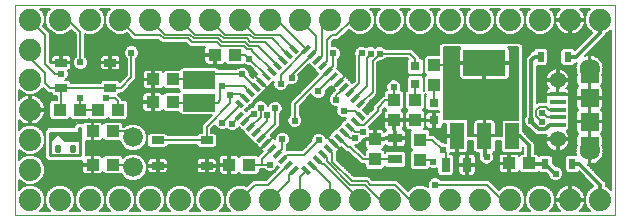
<source format=gtl>
G75*
%MOIN*%
%OFA0B0*%
%FSLAX25Y25*%
%IPPOS*%
%LPD*%
%AMOC8*
5,1,8,0,0,1.08239X$1,22.5*
%
%ADD10C,0.00000*%
%ADD11R,0.03937X0.04331*%
%ADD12R,0.04331X0.03937*%
%ADD13R,0.03150X0.03150*%
%ADD14R,0.03150X0.04724*%
%ADD15C,0.01000*%
%ADD16C,0.06600*%
%ADD17C,0.07400*%
%ADD18R,0.03150X0.01378*%
%ADD19R,0.04724X0.03150*%
%ADD20R,0.02480X0.03268*%
%ADD21R,0.04800X0.08800*%
%ADD22R,0.14173X0.08661*%
%ADD23R,0.05315X0.01575*%
%ADD24R,0.06102X0.05906*%
%ADD25C,0.06791*%
%ADD26C,0.05346*%
%ADD27R,0.04134X0.02559*%
%ADD28R,0.10630X0.05906*%
%ADD29C,0.00600*%
%ADD30C,0.02381*%
%ADD31C,0.01200*%
D10*
X0027595Y0221800D02*
X0027595Y0291800D01*
X0227595Y0291800D01*
X0227595Y0221800D01*
X0027595Y0221800D01*
D11*
X0147495Y0240254D03*
X0147495Y0246946D03*
X0153895Y0253254D03*
X0160995Y0253354D03*
X0160995Y0260046D03*
X0153895Y0259946D03*
X0167295Y0264954D03*
X0167295Y0271646D03*
X0162595Y0246846D03*
X0162595Y0240154D03*
D12*
X0192249Y0238900D03*
X0198942Y0238900D03*
X0105658Y0238466D03*
X0098965Y0238466D03*
X0060142Y0238500D03*
X0053449Y0238500D03*
X0053449Y0249600D03*
X0060142Y0249600D03*
X0061942Y0256800D03*
X0055249Y0256800D03*
X0049142Y0256800D03*
X0042449Y0256800D03*
X0073549Y0259300D03*
X0080242Y0259300D03*
X0080342Y0266900D03*
X0073649Y0266900D03*
X0094149Y0275100D03*
X0100842Y0275100D03*
D13*
X0160995Y0271253D03*
X0160995Y0265347D03*
X0167295Y0259153D03*
X0167295Y0253247D03*
D14*
X0171152Y0238500D03*
X0178238Y0238500D03*
D15*
X0049395Y0241600D02*
X0049395Y0246600D01*
X0044395Y0246600D01*
X0041895Y0249100D01*
X0039395Y0246600D01*
X0039395Y0241600D01*
X0049395Y0241600D01*
X0047395Y0243100D02*
X0046395Y0243100D01*
X0046395Y0244600D01*
X0047395Y0244600D01*
X0047395Y0243100D01*
X0049395Y0246600D02*
X0049395Y0249100D01*
X0041895Y0249100D01*
X0039395Y0249100D01*
X0039395Y0246600D01*
X0039895Y0248100D02*
X0040395Y0248600D01*
X0039895Y0248600D01*
X0043395Y0248600D02*
X0044395Y0247600D01*
X0048895Y0247600D01*
X0048895Y0248600D01*
X0044395Y0248600D01*
X0042395Y0244600D02*
X0042395Y0243100D01*
X0041395Y0243100D01*
X0041395Y0244600D01*
X0042395Y0244600D01*
X0048895Y0249600D02*
X0048895Y0250600D01*
X0049395Y0250600D01*
X0049395Y0249100D01*
D16*
X0066995Y0247600D03*
X0066995Y0237600D03*
D17*
X0062595Y0226800D03*
X0052595Y0226800D03*
X0042595Y0226800D03*
X0032595Y0226800D03*
X0032595Y0236800D03*
X0032595Y0246800D03*
X0032595Y0256800D03*
X0032595Y0266800D03*
X0032595Y0276800D03*
X0032595Y0286800D03*
X0042595Y0286800D03*
X0052595Y0286800D03*
X0062595Y0286800D03*
X0072595Y0286800D03*
X0082595Y0286800D03*
X0092595Y0286800D03*
X0102595Y0286800D03*
X0112595Y0286800D03*
X0122595Y0286800D03*
X0132595Y0286800D03*
X0142595Y0286800D03*
X0152595Y0286800D03*
X0162595Y0286800D03*
X0172595Y0286800D03*
X0182595Y0286800D03*
X0192595Y0286800D03*
X0202595Y0286800D03*
X0212595Y0286800D03*
X0222595Y0286800D03*
X0222595Y0226800D03*
X0212595Y0226800D03*
X0202595Y0226800D03*
X0192595Y0226800D03*
X0182595Y0226800D03*
X0172595Y0226800D03*
X0162595Y0226800D03*
X0152595Y0226800D03*
X0142595Y0226800D03*
X0132595Y0226800D03*
X0122595Y0226800D03*
X0112595Y0226800D03*
X0102595Y0226800D03*
X0092595Y0226800D03*
X0082595Y0226800D03*
X0072595Y0226800D03*
D18*
G36*
X0109860Y0245038D02*
X0112086Y0247264D01*
X0113060Y0246290D01*
X0110834Y0244064D01*
X0109860Y0245038D01*
G37*
G36*
X0108050Y0246848D02*
X0110276Y0249074D01*
X0111250Y0248100D01*
X0109024Y0245874D01*
X0108050Y0246848D01*
G37*
G36*
X0106241Y0248658D02*
X0108467Y0250884D01*
X0109441Y0249910D01*
X0107215Y0247684D01*
X0106241Y0248658D01*
G37*
G36*
X0104431Y0250467D02*
X0106657Y0252693D01*
X0107631Y0251719D01*
X0105405Y0249493D01*
X0104431Y0250467D01*
G37*
G36*
X0102621Y0252277D02*
X0104847Y0254503D01*
X0105821Y0253529D01*
X0103595Y0251303D01*
X0102621Y0252277D01*
G37*
G36*
X0100812Y0254086D02*
X0103038Y0256312D01*
X0104012Y0255338D01*
X0101786Y0253112D01*
X0100812Y0254086D01*
G37*
G36*
X0103038Y0257288D02*
X0100812Y0259514D01*
X0101786Y0260488D01*
X0104012Y0258262D01*
X0103038Y0257288D01*
G37*
G36*
X0104847Y0259097D02*
X0102621Y0261323D01*
X0103595Y0262297D01*
X0105821Y0260071D01*
X0104847Y0259097D01*
G37*
G36*
X0106657Y0260907D02*
X0104431Y0263133D01*
X0105405Y0264107D01*
X0107631Y0261881D01*
X0106657Y0260907D01*
G37*
G36*
X0108467Y0262716D02*
X0106241Y0264942D01*
X0107215Y0265916D01*
X0109441Y0263690D01*
X0108467Y0262716D01*
G37*
G36*
X0110276Y0264526D02*
X0108050Y0266752D01*
X0109024Y0267726D01*
X0111250Y0265500D01*
X0110276Y0264526D01*
G37*
G36*
X0110834Y0269536D02*
X0113060Y0267310D01*
X0112086Y0266336D01*
X0109860Y0268562D01*
X0110834Y0269536D01*
G37*
G36*
X0112643Y0271345D02*
X0114869Y0269119D01*
X0113895Y0268145D01*
X0111669Y0270371D01*
X0112643Y0271345D01*
G37*
G36*
X0114453Y0273155D02*
X0116679Y0270929D01*
X0115705Y0269955D01*
X0113479Y0272181D01*
X0114453Y0273155D01*
G37*
G36*
X0116262Y0274964D02*
X0118488Y0272738D01*
X0117514Y0271764D01*
X0115288Y0273990D01*
X0116262Y0274964D01*
G37*
G36*
X0118072Y0276774D02*
X0120298Y0274548D01*
X0119324Y0273574D01*
X0117098Y0275800D01*
X0118072Y0276774D01*
G37*
G36*
X0119881Y0278583D02*
X0122107Y0276357D01*
X0121133Y0275383D01*
X0118907Y0277609D01*
X0119881Y0278583D01*
G37*
G36*
X0123083Y0276357D02*
X0125309Y0278583D01*
X0126283Y0277609D01*
X0124057Y0275383D01*
X0123083Y0276357D01*
G37*
G36*
X0124893Y0274548D02*
X0127119Y0276774D01*
X0128093Y0275800D01*
X0125867Y0273574D01*
X0124893Y0274548D01*
G37*
G36*
X0126702Y0272738D02*
X0128928Y0274964D01*
X0129902Y0273990D01*
X0127676Y0271764D01*
X0126702Y0272738D01*
G37*
G36*
X0128512Y0270929D02*
X0130738Y0273155D01*
X0131712Y0272181D01*
X0129486Y0269955D01*
X0128512Y0270929D01*
G37*
G36*
X0130321Y0269119D02*
X0132547Y0271345D01*
X0133521Y0270371D01*
X0131295Y0268145D01*
X0130321Y0269119D01*
G37*
G36*
X0135331Y0268562D02*
X0133105Y0266336D01*
X0132131Y0267310D01*
X0134357Y0269536D01*
X0135331Y0268562D01*
G37*
G36*
X0137140Y0266752D02*
X0134914Y0264526D01*
X0133940Y0265500D01*
X0136166Y0267726D01*
X0137140Y0266752D01*
G37*
G36*
X0138950Y0264942D02*
X0136724Y0262716D01*
X0135750Y0263690D01*
X0137976Y0265916D01*
X0138950Y0264942D01*
G37*
G36*
X0140759Y0263133D02*
X0138533Y0260907D01*
X0137559Y0261881D01*
X0139785Y0264107D01*
X0140759Y0263133D01*
G37*
G36*
X0142569Y0261323D02*
X0140343Y0259097D01*
X0139369Y0260071D01*
X0141595Y0262297D01*
X0142569Y0261323D01*
G37*
G36*
X0144378Y0259514D02*
X0142152Y0257288D01*
X0141178Y0258262D01*
X0143404Y0260488D01*
X0144378Y0259514D01*
G37*
G36*
X0142152Y0256312D02*
X0144378Y0254086D01*
X0143404Y0253112D01*
X0141178Y0255338D01*
X0142152Y0256312D01*
G37*
G36*
X0140343Y0254503D02*
X0142569Y0252277D01*
X0141595Y0251303D01*
X0139369Y0253529D01*
X0140343Y0254503D01*
G37*
G36*
X0138533Y0252693D02*
X0140759Y0250467D01*
X0139785Y0249493D01*
X0137559Y0251719D01*
X0138533Y0252693D01*
G37*
G36*
X0136724Y0250884D02*
X0138950Y0248658D01*
X0137976Y0247684D01*
X0135750Y0249910D01*
X0136724Y0250884D01*
G37*
G36*
X0134914Y0249074D02*
X0137140Y0246848D01*
X0136166Y0245874D01*
X0133940Y0248100D01*
X0134914Y0249074D01*
G37*
G36*
X0134357Y0244064D02*
X0132131Y0246290D01*
X0133105Y0247264D01*
X0135331Y0245038D01*
X0134357Y0244064D01*
G37*
G36*
X0132547Y0242255D02*
X0130321Y0244481D01*
X0131295Y0245455D01*
X0133521Y0243229D01*
X0132547Y0242255D01*
G37*
G36*
X0130738Y0240445D02*
X0128512Y0242671D01*
X0129486Y0243645D01*
X0131712Y0241419D01*
X0130738Y0240445D01*
G37*
G36*
X0128928Y0238636D02*
X0126702Y0240862D01*
X0127676Y0241836D01*
X0129902Y0239610D01*
X0128928Y0238636D01*
G37*
G36*
X0127119Y0236826D02*
X0124893Y0239052D01*
X0125867Y0240026D01*
X0128093Y0237800D01*
X0127119Y0236826D01*
G37*
G36*
X0125309Y0235017D02*
X0123083Y0237243D01*
X0124057Y0238217D01*
X0126283Y0235991D01*
X0125309Y0235017D01*
G37*
G36*
X0122107Y0237243D02*
X0119881Y0235017D01*
X0118907Y0235991D01*
X0121133Y0238217D01*
X0122107Y0237243D01*
G37*
G36*
X0120298Y0239052D02*
X0118072Y0236826D01*
X0117098Y0237800D01*
X0119324Y0240026D01*
X0120298Y0239052D01*
G37*
G36*
X0118488Y0240862D02*
X0116262Y0238636D01*
X0115288Y0239610D01*
X0117514Y0241836D01*
X0118488Y0240862D01*
G37*
G36*
X0116679Y0242671D02*
X0114453Y0240445D01*
X0113479Y0241419D01*
X0115705Y0243645D01*
X0116679Y0242671D01*
G37*
G36*
X0114869Y0244481D02*
X0112643Y0242255D01*
X0111669Y0243229D01*
X0113895Y0245455D01*
X0114869Y0244481D01*
G37*
D19*
X0154295Y0247343D03*
X0154295Y0240257D03*
D20*
X0204268Y0238800D03*
X0213323Y0238800D03*
X0211923Y0274400D03*
X0202868Y0274400D03*
D21*
X0193162Y0247946D03*
X0184062Y0247946D03*
X0174962Y0247946D03*
D22*
X0184062Y0272347D03*
D23*
X0208468Y0261907D03*
X0208468Y0259348D03*
X0208468Y0256789D03*
X0208468Y0254230D03*
X0208468Y0251671D03*
D24*
X0219098Y0252852D03*
X0219098Y0260726D03*
X0219098Y0268797D03*
X0219098Y0244781D03*
D25*
X0219098Y0243226D03*
X0219098Y0270352D03*
D26*
X0208468Y0266631D03*
X0208468Y0246946D03*
D27*
X0091464Y0246632D03*
X0091464Y0238168D03*
X0075126Y0238168D03*
X0075126Y0246632D03*
X0059364Y0264068D03*
X0059364Y0272532D03*
X0043026Y0272532D03*
X0043026Y0264068D03*
D28*
X0088995Y0266640D03*
X0088995Y0259160D03*
D29*
X0089055Y0259100D01*
X0095195Y0259100D01*
X0096005Y0259909D01*
X0096005Y0263866D01*
X0096829Y0264691D01*
X0101595Y0264691D01*
X0101895Y0264691D01*
X0103847Y0264691D01*
X0106031Y0262507D01*
X0107641Y0264355D02*
X0103395Y0268600D01*
X0103295Y0268700D01*
X0091055Y0268700D01*
X0088995Y0266640D01*
X0088735Y0266900D01*
X0080342Y0266900D01*
X0082380Y0263631D02*
X0077638Y0263631D01*
X0076957Y0264312D01*
X0076854Y0264133D01*
X0076612Y0263891D01*
X0076316Y0263720D01*
X0075985Y0263631D01*
X0073949Y0263631D01*
X0073949Y0266600D01*
X0073349Y0266600D01*
X0073349Y0263631D01*
X0071312Y0263631D01*
X0070982Y0263720D01*
X0070685Y0263891D01*
X0070443Y0264133D01*
X0070272Y0264430D01*
X0070183Y0264760D01*
X0070183Y0266600D01*
X0073349Y0266600D01*
X0073349Y0267200D01*
X0073349Y0270168D01*
X0071312Y0270168D01*
X0070982Y0270080D01*
X0070685Y0269909D01*
X0070443Y0269667D01*
X0070272Y0269370D01*
X0070183Y0269040D01*
X0070183Y0267200D01*
X0073349Y0267200D01*
X0073949Y0267200D01*
X0073949Y0270168D01*
X0075985Y0270168D01*
X0076316Y0270080D01*
X0076612Y0269909D01*
X0076854Y0269667D01*
X0076957Y0269488D01*
X0077638Y0270168D01*
X0082417Y0270168D01*
X0083142Y0270893D01*
X0094849Y0270893D01*
X0095441Y0270300D01*
X0101373Y0270300D01*
X0101884Y0270811D01*
X0102800Y0271191D01*
X0103791Y0271191D01*
X0104706Y0270811D01*
X0105407Y0270111D01*
X0105786Y0269195D01*
X0105786Y0268472D01*
X0106899Y0267359D01*
X0107009Y0267551D01*
X0107586Y0268127D01*
X0109587Y0266126D01*
X0109650Y0266189D01*
X0107649Y0268190D01*
X0108225Y0268767D01*
X0108314Y0268818D01*
X0105823Y0271309D01*
X0105100Y0271309D01*
X0104184Y0271689D01*
X0103793Y0272080D01*
X0103545Y0271831D01*
X0098138Y0271831D01*
X0097457Y0272512D01*
X0097354Y0272333D01*
X0097112Y0272091D01*
X0096816Y0271920D01*
X0096485Y0271831D01*
X0094449Y0271831D01*
X0094449Y0274800D01*
X0093849Y0274800D01*
X0093849Y0271831D01*
X0091812Y0271831D01*
X0091482Y0271920D01*
X0091185Y0272091D01*
X0090943Y0272333D01*
X0090772Y0272630D01*
X0090683Y0272960D01*
X0090683Y0274800D01*
X0093849Y0274800D01*
X0093849Y0275400D01*
X0090683Y0275400D01*
X0090683Y0277240D01*
X0090772Y0277570D01*
X0090905Y0277800D01*
X0085932Y0277800D01*
X0084995Y0278737D01*
X0084995Y0278737D01*
X0084732Y0279000D01*
X0076432Y0279000D01*
X0075232Y0280200D01*
X0066932Y0280200D01*
X0064822Y0282310D01*
X0063590Y0281800D01*
X0061601Y0281800D01*
X0059763Y0282561D01*
X0058356Y0283968D01*
X0057595Y0285805D01*
X0057595Y0287795D01*
X0058356Y0289632D01*
X0059224Y0290500D01*
X0055966Y0290500D01*
X0056834Y0289632D01*
X0057595Y0287795D01*
X0057595Y0285805D01*
X0056834Y0283968D01*
X0055427Y0282561D01*
X0053590Y0281800D01*
X0051601Y0281800D01*
X0050995Y0282051D01*
X0050995Y0274522D01*
X0051507Y0274011D01*
X0051886Y0273095D01*
X0051886Y0272105D01*
X0051507Y0271189D01*
X0050806Y0270489D01*
X0049891Y0270109D01*
X0048900Y0270109D01*
X0047984Y0270489D01*
X0047284Y0271189D01*
X0046905Y0272105D01*
X0046905Y0273095D01*
X0047284Y0274011D01*
X0047795Y0274522D01*
X0047795Y0281937D01*
X0046299Y0283433D01*
X0045427Y0282561D01*
X0043590Y0281800D01*
X0041601Y0281800D01*
X0039763Y0282561D01*
X0038356Y0283968D01*
X0037595Y0285805D01*
X0037595Y0287795D01*
X0038356Y0289632D01*
X0039224Y0290500D01*
X0035966Y0290500D01*
X0036834Y0289632D01*
X0037595Y0287795D01*
X0037595Y0285805D01*
X0037085Y0284573D01*
X0039195Y0282463D01*
X0039195Y0272763D01*
X0039726Y0272232D01*
X0042726Y0272232D01*
X0042726Y0272832D01*
X0039659Y0272832D01*
X0039659Y0273983D01*
X0039748Y0274314D01*
X0039919Y0274610D01*
X0040161Y0274852D01*
X0040457Y0275023D01*
X0040788Y0275112D01*
X0042726Y0275112D01*
X0042726Y0272832D01*
X0043326Y0272832D01*
X0046393Y0272832D01*
X0046393Y0273983D01*
X0046304Y0274314D01*
X0046133Y0274610D01*
X0045891Y0274852D01*
X0045595Y0275023D01*
X0045264Y0275112D01*
X0043326Y0275112D01*
X0043326Y0272832D01*
X0043326Y0272232D01*
X0046393Y0272232D01*
X0046393Y0271082D01*
X0046304Y0270751D01*
X0046133Y0270455D01*
X0045891Y0270213D01*
X0045595Y0270041D01*
X0045264Y0269953D01*
X0045213Y0269953D01*
X0045486Y0269295D01*
X0045486Y0268305D01*
X0045107Y0267389D01*
X0044406Y0266689D01*
X0044306Y0266647D01*
X0045631Y0266647D01*
X0046393Y0265886D01*
X0046393Y0265668D01*
X0055998Y0265668D01*
X0055998Y0265886D01*
X0056759Y0266647D01*
X0061970Y0266647D01*
X0062575Y0266042D01*
X0064795Y0268263D01*
X0064795Y0273878D01*
X0064284Y0274389D01*
X0063905Y0275305D01*
X0063905Y0276295D01*
X0064284Y0277211D01*
X0064984Y0277911D01*
X0065900Y0278291D01*
X0066891Y0278291D01*
X0067806Y0277911D01*
X0068507Y0277211D01*
X0068886Y0276295D01*
X0068886Y0275305D01*
X0068507Y0274389D01*
X0067995Y0273878D01*
X0067995Y0266937D01*
X0067058Y0266000D01*
X0063526Y0262468D01*
X0062731Y0262468D01*
X0062731Y0262250D01*
X0062070Y0261588D01*
X0062458Y0261200D01*
X0063395Y0260263D01*
X0063395Y0260068D01*
X0064645Y0260068D01*
X0065407Y0259307D01*
X0065407Y0254293D01*
X0064645Y0253531D01*
X0059238Y0253531D01*
X0058595Y0254174D01*
X0057953Y0253531D01*
X0052545Y0253531D01*
X0052195Y0253881D01*
X0051845Y0253531D01*
X0046438Y0253531D01*
X0045795Y0254174D01*
X0045153Y0253531D01*
X0039745Y0253531D01*
X0038983Y0254293D01*
X0038983Y0259307D01*
X0039745Y0260068D01*
X0041426Y0260068D01*
X0041426Y0261488D01*
X0040420Y0261488D01*
X0039659Y0262250D01*
X0039659Y0262400D01*
X0038732Y0262400D01*
X0036931Y0264202D01*
X0036834Y0263968D01*
X0035427Y0262561D01*
X0033590Y0261800D01*
X0031601Y0261800D01*
X0029763Y0262561D01*
X0028895Y0263429D01*
X0028895Y0260171D01*
X0029338Y0260614D01*
X0029975Y0261076D01*
X0030676Y0261434D01*
X0031424Y0261677D01*
X0032202Y0261800D01*
X0032295Y0261800D01*
X0032295Y0257100D01*
X0032895Y0257100D01*
X0032895Y0261800D01*
X0032989Y0261800D01*
X0033766Y0261677D01*
X0034514Y0261434D01*
X0035216Y0261076D01*
X0035852Y0260614D01*
X0036409Y0260057D01*
X0036872Y0259421D01*
X0037229Y0258719D01*
X0037472Y0257971D01*
X0037595Y0257194D01*
X0037595Y0257100D01*
X0032895Y0257100D01*
X0032895Y0256500D01*
X0032895Y0251800D01*
X0032989Y0251800D01*
X0033766Y0251923D01*
X0034514Y0252166D01*
X0035216Y0252524D01*
X0035852Y0252986D01*
X0036409Y0253543D01*
X0036872Y0254179D01*
X0037229Y0254881D01*
X0037472Y0255629D01*
X0037595Y0256406D01*
X0037595Y0256500D01*
X0032895Y0256500D01*
X0032295Y0256500D01*
X0032295Y0251800D01*
X0032202Y0251800D01*
X0031424Y0251923D01*
X0030676Y0252166D01*
X0029975Y0252524D01*
X0029338Y0252986D01*
X0028895Y0253429D01*
X0028895Y0250171D01*
X0029763Y0251039D01*
X0031601Y0251800D01*
X0033590Y0251800D01*
X0035427Y0251039D01*
X0036834Y0249632D01*
X0037595Y0247795D01*
X0037595Y0245805D01*
X0036834Y0243968D01*
X0035427Y0242561D01*
X0033590Y0241800D01*
X0031601Y0241800D01*
X0029763Y0242561D01*
X0028895Y0243429D01*
X0028895Y0240171D01*
X0029763Y0241039D01*
X0031601Y0241800D01*
X0033590Y0241800D01*
X0035427Y0241039D01*
X0036834Y0239632D01*
X0037595Y0237795D01*
X0037595Y0235805D01*
X0036834Y0233968D01*
X0035427Y0232561D01*
X0033590Y0231800D01*
X0031601Y0231800D01*
X0029763Y0232561D01*
X0028895Y0233429D01*
X0028895Y0230171D01*
X0029763Y0231039D01*
X0031601Y0231800D01*
X0033590Y0231800D01*
X0035427Y0231039D01*
X0036834Y0229632D01*
X0037595Y0227795D01*
X0037595Y0225805D01*
X0036834Y0223968D01*
X0035966Y0223100D01*
X0039224Y0223100D01*
X0038356Y0223968D01*
X0037595Y0225805D01*
X0037595Y0227795D01*
X0038356Y0229632D01*
X0039763Y0231039D01*
X0041601Y0231800D01*
X0043590Y0231800D01*
X0045427Y0231039D01*
X0046834Y0229632D01*
X0047595Y0227795D01*
X0047595Y0225805D01*
X0046834Y0223968D01*
X0045966Y0223100D01*
X0049224Y0223100D01*
X0048356Y0223968D01*
X0047595Y0225805D01*
X0047595Y0227795D01*
X0048356Y0229632D01*
X0049763Y0231039D01*
X0051601Y0231800D01*
X0053590Y0231800D01*
X0055427Y0231039D01*
X0056834Y0229632D01*
X0057595Y0227795D01*
X0057595Y0225805D01*
X0056834Y0223968D01*
X0055966Y0223100D01*
X0059224Y0223100D01*
X0058356Y0223968D01*
X0057595Y0225805D01*
X0057595Y0227795D01*
X0058356Y0229632D01*
X0059763Y0231039D01*
X0061601Y0231800D01*
X0063590Y0231800D01*
X0065427Y0231039D01*
X0066834Y0229632D01*
X0067595Y0227795D01*
X0067595Y0225805D01*
X0066834Y0223968D01*
X0065966Y0223100D01*
X0069224Y0223100D01*
X0068356Y0223968D01*
X0067595Y0225805D01*
X0067595Y0227795D01*
X0068356Y0229632D01*
X0069763Y0231039D01*
X0071601Y0231800D01*
X0073590Y0231800D01*
X0075427Y0231039D01*
X0076834Y0229632D01*
X0077595Y0227795D01*
X0077595Y0225805D01*
X0076834Y0223968D01*
X0075966Y0223100D01*
X0079224Y0223100D01*
X0078356Y0223968D01*
X0077595Y0225805D01*
X0077595Y0227795D01*
X0078356Y0229632D01*
X0079763Y0231039D01*
X0081601Y0231800D01*
X0083590Y0231800D01*
X0085427Y0231039D01*
X0086834Y0229632D01*
X0087595Y0227795D01*
X0087595Y0225805D01*
X0086834Y0223968D01*
X0085966Y0223100D01*
X0089224Y0223100D01*
X0088356Y0223968D01*
X0087595Y0225805D01*
X0087595Y0227795D01*
X0088356Y0229632D01*
X0089763Y0231039D01*
X0091601Y0231800D01*
X0093590Y0231800D01*
X0095427Y0231039D01*
X0096834Y0229632D01*
X0097595Y0227795D01*
X0097595Y0225805D01*
X0096834Y0223968D01*
X0095966Y0223100D01*
X0099224Y0223100D01*
X0098356Y0223968D01*
X0097595Y0225805D01*
X0097595Y0227795D01*
X0098356Y0229632D01*
X0099763Y0231039D01*
X0101601Y0231800D01*
X0103590Y0231800D01*
X0104822Y0231290D01*
X0106932Y0233400D01*
X0111332Y0233400D01*
X0115495Y0237563D01*
X0115076Y0237982D01*
X0114707Y0237089D01*
X0114006Y0236389D01*
X0113091Y0236009D01*
X0112100Y0236009D01*
X0111184Y0236389D01*
X0110673Y0236900D01*
X0109124Y0236900D01*
X0109124Y0235959D01*
X0108362Y0235197D01*
X0102954Y0235197D01*
X0102274Y0235877D01*
X0102171Y0235699D01*
X0101929Y0235457D01*
X0101632Y0235286D01*
X0101302Y0235197D01*
X0099265Y0235197D01*
X0099265Y0238165D01*
X0098665Y0238165D01*
X0098665Y0235197D01*
X0096629Y0235197D01*
X0096298Y0235286D01*
X0096002Y0235457D01*
X0095760Y0235699D01*
X0095589Y0235995D01*
X0095500Y0236326D01*
X0095500Y0238166D01*
X0098665Y0238166D01*
X0098665Y0238765D01*
X0095500Y0238765D01*
X0095500Y0240605D01*
X0095589Y0240936D01*
X0095760Y0241232D01*
X0096002Y0241474D01*
X0096298Y0241645D01*
X0096629Y0241734D01*
X0098665Y0241734D01*
X0098665Y0238766D01*
X0099265Y0238766D01*
X0099265Y0241734D01*
X0101302Y0241734D01*
X0101632Y0241645D01*
X0101929Y0241474D01*
X0102171Y0241232D01*
X0102274Y0241054D01*
X0102954Y0241734D01*
X0108362Y0241734D01*
X0108624Y0241472D01*
X0109232Y0242081D01*
X0110124Y0242972D01*
X0110035Y0243023D01*
X0109458Y0243600D01*
X0111460Y0245601D01*
X0111397Y0245664D01*
X0109395Y0243663D01*
X0108819Y0244240D01*
X0108647Y0244536D01*
X0108638Y0244573D01*
X0108485Y0244573D01*
X0106749Y0246309D01*
X0106749Y0246383D01*
X0106676Y0246383D01*
X0104940Y0248119D01*
X0104940Y0248192D01*
X0104866Y0248192D01*
X0103130Y0249928D01*
X0103130Y0250002D01*
X0103057Y0250002D01*
X0102154Y0250904D01*
X0102107Y0250789D01*
X0101406Y0250089D01*
X0100491Y0249709D01*
X0099500Y0249709D01*
X0098584Y0250089D01*
X0098245Y0250428D01*
X0098106Y0250289D01*
X0097191Y0249909D01*
X0096200Y0249909D01*
X0095284Y0250289D01*
X0094584Y0250989D01*
X0094339Y0251581D01*
X0093064Y0250307D01*
X0093064Y0249212D01*
X0094070Y0249212D01*
X0094831Y0248450D01*
X0094831Y0244814D01*
X0094070Y0244053D01*
X0088859Y0244053D01*
X0088098Y0244814D01*
X0088098Y0245032D01*
X0078493Y0245032D01*
X0078493Y0244814D01*
X0077731Y0244053D01*
X0072520Y0244053D01*
X0071759Y0244814D01*
X0071759Y0248450D01*
X0072520Y0249212D01*
X0077731Y0249212D01*
X0078493Y0248450D01*
X0078493Y0248232D01*
X0088098Y0248232D01*
X0088098Y0248450D01*
X0088859Y0249212D01*
X0089864Y0249212D01*
X0089864Y0251632D01*
X0090802Y0252569D01*
X0093140Y0254907D01*
X0083142Y0254907D01*
X0082380Y0255669D01*
X0082380Y0256031D01*
X0077538Y0256031D01*
X0076857Y0256712D01*
X0076754Y0256533D01*
X0076512Y0256291D01*
X0076216Y0256120D01*
X0075885Y0256031D01*
X0073849Y0256031D01*
X0073849Y0259000D01*
X0073249Y0259000D01*
X0073249Y0256031D01*
X0071212Y0256031D01*
X0070882Y0256120D01*
X0070585Y0256291D01*
X0070343Y0256533D01*
X0070172Y0256830D01*
X0070083Y0257160D01*
X0070083Y0259000D01*
X0073249Y0259000D01*
X0073249Y0259600D01*
X0073249Y0262568D01*
X0071212Y0262568D01*
X0070882Y0262480D01*
X0070585Y0262309D01*
X0070343Y0262067D01*
X0070172Y0261770D01*
X0070083Y0261440D01*
X0070083Y0259600D01*
X0073249Y0259600D01*
X0073849Y0259600D01*
X0073849Y0262568D01*
X0075885Y0262568D01*
X0076216Y0262480D01*
X0076512Y0262309D01*
X0076754Y0262067D01*
X0076857Y0261888D01*
X0077538Y0262568D01*
X0082380Y0262568D01*
X0082380Y0262651D01*
X0082629Y0262900D01*
X0082380Y0263149D01*
X0082380Y0263631D01*
X0082432Y0263097D02*
X0064155Y0263097D01*
X0063557Y0262499D02*
X0070952Y0262499D01*
X0070247Y0261900D02*
X0062382Y0261900D01*
X0062356Y0261302D02*
X0070083Y0261302D01*
X0070083Y0260703D02*
X0062955Y0260703D01*
X0063395Y0260105D02*
X0070083Y0260105D01*
X0070083Y0258908D02*
X0065407Y0258908D01*
X0065407Y0258309D02*
X0070083Y0258309D01*
X0070083Y0257711D02*
X0065407Y0257711D01*
X0065407Y0257112D02*
X0070096Y0257112D01*
X0070363Y0256514D02*
X0065407Y0256514D01*
X0065407Y0255915D02*
X0082380Y0255915D01*
X0082732Y0255317D02*
X0065407Y0255317D01*
X0065407Y0254718D02*
X0092951Y0254718D01*
X0092352Y0254120D02*
X0065234Y0254120D01*
X0066080Y0252200D02*
X0064389Y0251500D01*
X0064090Y0251200D01*
X0063607Y0251200D01*
X0063607Y0252107D01*
X0062845Y0252868D01*
X0057438Y0252868D01*
X0056757Y0252188D01*
X0056654Y0252367D01*
X0056412Y0252609D01*
X0056116Y0252780D01*
X0055785Y0252868D01*
X0053749Y0252868D01*
X0053749Y0249900D01*
X0053149Y0249900D01*
X0053149Y0252868D01*
X0051112Y0252868D01*
X0050782Y0252780D01*
X0050485Y0252609D01*
X0050243Y0252367D01*
X0050218Y0252323D01*
X0050141Y0252400D01*
X0048150Y0252400D01*
X0047095Y0251346D01*
X0047095Y0250900D01*
X0038650Y0250900D01*
X0037595Y0249846D01*
X0037595Y0240854D01*
X0038650Y0239800D01*
X0049983Y0239800D01*
X0049983Y0238800D01*
X0053149Y0238800D01*
X0053149Y0241768D01*
X0051195Y0241768D01*
X0051195Y0246331D01*
X0053149Y0246331D01*
X0053149Y0249300D01*
X0053749Y0249300D01*
X0053749Y0246331D01*
X0055785Y0246331D01*
X0056116Y0246420D01*
X0056412Y0246591D01*
X0056654Y0246833D01*
X0056757Y0247012D01*
X0057438Y0246331D01*
X0062542Y0246331D01*
X0063095Y0244994D01*
X0064389Y0243700D01*
X0066080Y0243000D01*
X0067910Y0243000D01*
X0069601Y0243700D01*
X0070895Y0244994D01*
X0071595Y0246685D01*
X0071595Y0248515D01*
X0070895Y0250206D01*
X0069601Y0251500D01*
X0067910Y0252200D01*
X0066080Y0252200D01*
X0064935Y0251726D02*
X0063607Y0251726D01*
X0063390Y0252324D02*
X0090556Y0252324D01*
X0089958Y0251726D02*
X0069055Y0251726D01*
X0069973Y0251127D02*
X0089864Y0251127D01*
X0089864Y0250529D02*
X0070572Y0250529D01*
X0071009Y0249930D02*
X0089864Y0249930D01*
X0089864Y0249332D02*
X0071257Y0249332D01*
X0071505Y0248733D02*
X0072042Y0248733D01*
X0071759Y0248134D02*
X0071595Y0248134D01*
X0071595Y0247536D02*
X0071759Y0247536D01*
X0071759Y0246937D02*
X0071595Y0246937D01*
X0071452Y0246339D02*
X0071759Y0246339D01*
X0071759Y0245740D02*
X0071204Y0245740D01*
X0070956Y0245142D02*
X0071759Y0245142D01*
X0072030Y0244543D02*
X0070444Y0244543D01*
X0069845Y0243945D02*
X0109114Y0243945D01*
X0109677Y0243945D02*
X0109803Y0243945D01*
X0109712Y0243346D02*
X0068746Y0243346D01*
X0068032Y0242149D02*
X0109301Y0242149D01*
X0108702Y0241551D02*
X0108545Y0241551D01*
X0109895Y0240481D02*
X0109895Y0238500D01*
X0112595Y0238500D01*
X0110810Y0236763D02*
X0109124Y0236763D01*
X0109124Y0236164D02*
X0111726Y0236164D01*
X0112900Y0234967D02*
X0070868Y0234967D01*
X0070895Y0234994D02*
X0071595Y0236685D01*
X0071595Y0238515D01*
X0070895Y0240206D01*
X0069601Y0241500D01*
X0067910Y0242200D01*
X0066080Y0242200D01*
X0064389Y0241500D01*
X0063607Y0240717D01*
X0063607Y0241007D01*
X0062845Y0241768D01*
X0057438Y0241768D01*
X0056757Y0241088D01*
X0056654Y0241267D01*
X0056412Y0241509D01*
X0056116Y0241680D01*
X0055785Y0241768D01*
X0053749Y0241768D01*
X0053749Y0238800D01*
X0053149Y0238800D01*
X0053149Y0238200D01*
X0053749Y0238200D01*
X0053749Y0235231D01*
X0055785Y0235231D01*
X0056116Y0235320D01*
X0056412Y0235491D01*
X0056654Y0235733D01*
X0056757Y0235912D01*
X0057438Y0235231D01*
X0062845Y0235231D01*
X0062953Y0235339D01*
X0063095Y0234994D01*
X0064389Y0233700D01*
X0066080Y0233000D01*
X0067910Y0233000D01*
X0069601Y0233700D01*
X0070895Y0234994D01*
X0071132Y0235566D02*
X0095893Y0235566D01*
X0095543Y0236164D02*
X0094615Y0236164D01*
X0094572Y0236090D02*
X0094743Y0236386D01*
X0094831Y0236717D01*
X0094831Y0237868D01*
X0091764Y0237868D01*
X0091764Y0235588D01*
X0093703Y0235588D01*
X0094033Y0235677D01*
X0094330Y0235848D01*
X0094572Y0236090D01*
X0094831Y0236763D02*
X0095500Y0236763D01*
X0095500Y0237361D02*
X0094831Y0237361D01*
X0095500Y0237960D02*
X0091764Y0237960D01*
X0091764Y0237868D02*
X0091764Y0238468D01*
X0091164Y0238468D01*
X0091164Y0237868D01*
X0088098Y0237868D01*
X0088098Y0236717D01*
X0088186Y0236386D01*
X0088357Y0236090D01*
X0088599Y0235848D01*
X0088896Y0235677D01*
X0089226Y0235588D01*
X0091164Y0235588D01*
X0091164Y0237868D01*
X0091764Y0237868D01*
X0091764Y0237361D02*
X0091164Y0237361D01*
X0091164Y0236763D02*
X0091764Y0236763D01*
X0091764Y0236164D02*
X0091164Y0236164D01*
X0091164Y0237960D02*
X0075426Y0237960D01*
X0075426Y0237868D02*
X0075426Y0238468D01*
X0074826Y0238468D01*
X0074826Y0240747D01*
X0072888Y0240747D01*
X0072557Y0240659D01*
X0072261Y0240487D01*
X0072019Y0240245D01*
X0071848Y0239949D01*
X0071759Y0239618D01*
X0071759Y0238468D01*
X0074826Y0238468D01*
X0074826Y0237868D01*
X0071759Y0237868D01*
X0071759Y0236717D01*
X0071848Y0236386D01*
X0072019Y0236090D01*
X0072261Y0235848D01*
X0072557Y0235677D01*
X0072888Y0235588D01*
X0074826Y0235588D01*
X0074826Y0237868D01*
X0075426Y0237868D01*
X0078493Y0237868D01*
X0078493Y0236717D01*
X0078404Y0236386D01*
X0078233Y0236090D01*
X0077991Y0235848D01*
X0077695Y0235677D01*
X0077364Y0235588D01*
X0075426Y0235588D01*
X0075426Y0237868D01*
X0075426Y0237361D02*
X0074826Y0237361D01*
X0074826Y0236763D02*
X0075426Y0236763D01*
X0075426Y0236164D02*
X0074826Y0236164D01*
X0074826Y0237960D02*
X0071595Y0237960D01*
X0071577Y0238558D02*
X0071759Y0238558D01*
X0071759Y0239157D02*
X0071329Y0239157D01*
X0071081Y0239755D02*
X0071796Y0239755D01*
X0072127Y0240354D02*
X0070747Y0240354D01*
X0070148Y0240952D02*
X0095598Y0240952D01*
X0095500Y0240354D02*
X0094463Y0240354D01*
X0094572Y0240245D02*
X0094330Y0240487D01*
X0094033Y0240659D01*
X0093703Y0240747D01*
X0091764Y0240747D01*
X0091764Y0238468D01*
X0094831Y0238468D01*
X0094831Y0239618D01*
X0094743Y0239949D01*
X0094572Y0240245D01*
X0094795Y0239755D02*
X0095500Y0239755D01*
X0095500Y0239157D02*
X0094831Y0239157D01*
X0094831Y0238558D02*
X0098665Y0238558D01*
X0098665Y0237960D02*
X0099265Y0237960D01*
X0099265Y0237361D02*
X0098665Y0237361D01*
X0098665Y0236763D02*
X0099265Y0236763D01*
X0099265Y0236164D02*
X0098665Y0236164D01*
X0098665Y0235566D02*
X0099265Y0235566D01*
X0102038Y0235566D02*
X0102586Y0235566D01*
X0105658Y0238466D02*
X0105693Y0238500D01*
X0109895Y0238500D01*
X0109895Y0240481D02*
X0113269Y0243855D01*
X0111523Y0245664D02*
X0111460Y0245727D01*
X0113461Y0247729D01*
X0112884Y0248305D01*
X0112808Y0248350D01*
X0114958Y0250500D01*
X0115895Y0251437D01*
X0115895Y0255378D01*
X0116407Y0255889D01*
X0116786Y0256805D01*
X0116786Y0257795D01*
X0116407Y0258711D01*
X0115706Y0259411D01*
X0114791Y0259791D01*
X0113800Y0259791D01*
X0112884Y0259411D01*
X0112184Y0258711D01*
X0111916Y0258064D01*
X0111607Y0258811D01*
X0110906Y0259511D01*
X0109991Y0259891D01*
X0109000Y0259891D01*
X0108084Y0259511D01*
X0107384Y0258811D01*
X0107005Y0257895D01*
X0107005Y0257791D01*
X0106700Y0257791D01*
X0105784Y0257411D01*
X0105084Y0256711D01*
X0104907Y0256283D01*
X0104390Y0256800D01*
X0105313Y0257723D01*
X0105313Y0257797D01*
X0105386Y0257797D01*
X0107122Y0259533D01*
X0107122Y0259606D01*
X0107196Y0259606D01*
X0108932Y0261342D01*
X0108932Y0261416D01*
X0109005Y0261416D01*
X0110741Y0263152D01*
X0110741Y0263304D01*
X0110778Y0263314D01*
X0111075Y0263485D01*
X0111651Y0264062D01*
X0109650Y0266063D01*
X0109713Y0266126D01*
X0111714Y0264125D01*
X0112291Y0264701D01*
X0112462Y0264998D01*
X0112472Y0265035D01*
X0112624Y0265035D01*
X0113860Y0266270D01*
X0113705Y0265895D01*
X0113705Y0264905D01*
X0114084Y0263989D01*
X0114784Y0263289D01*
X0115700Y0262909D01*
X0116691Y0262909D01*
X0117606Y0263289D01*
X0118307Y0263989D01*
X0118686Y0264905D01*
X0118686Y0265164D01*
X0119300Y0264909D01*
X0120291Y0264909D01*
X0121206Y0265289D01*
X0121907Y0265989D01*
X0122286Y0266905D01*
X0122286Y0267895D01*
X0122071Y0268413D01*
X0125629Y0271971D01*
X0127137Y0270463D01*
X0127211Y0270463D01*
X0127211Y0270390D01*
X0128757Y0268844D01*
X0126995Y0267082D01*
X0126995Y0267063D01*
X0119295Y0259363D01*
X0119295Y0255022D01*
X0118784Y0254511D01*
X0118405Y0253595D01*
X0118405Y0252605D01*
X0118784Y0251689D01*
X0119484Y0250989D01*
X0120400Y0250609D01*
X0121391Y0250609D01*
X0122306Y0250989D01*
X0123007Y0251689D01*
X0123386Y0252605D01*
X0123386Y0253595D01*
X0123007Y0254511D01*
X0122495Y0255022D01*
X0122495Y0258037D01*
X0126397Y0261939D01*
X0126584Y0261489D01*
X0127284Y0260789D01*
X0128200Y0260409D01*
X0129191Y0260409D01*
X0130106Y0260789D01*
X0130807Y0261489D01*
X0131186Y0262405D01*
X0131186Y0263128D01*
X0132848Y0264790D01*
X0132899Y0264701D01*
X0133476Y0264125D01*
X0135477Y0266126D01*
X0135540Y0266063D01*
X0133539Y0264062D01*
X0134116Y0263485D01*
X0134180Y0263448D01*
X0132995Y0262263D01*
X0132995Y0262122D01*
X0132484Y0261611D01*
X0132105Y0260695D01*
X0132105Y0259705D01*
X0132484Y0258789D01*
X0133184Y0258089D01*
X0134100Y0257709D01*
X0135042Y0257709D01*
X0134705Y0256895D01*
X0134705Y0255905D01*
X0135084Y0254989D01*
X0135784Y0254289D01*
X0136700Y0253909D01*
X0137691Y0253909D01*
X0138068Y0254066D01*
X0138068Y0253994D01*
X0137994Y0253994D01*
X0136259Y0252258D01*
X0136259Y0252184D01*
X0136185Y0252184D01*
X0134449Y0250448D01*
X0134449Y0250375D01*
X0134375Y0250375D01*
X0132639Y0248639D01*
X0132639Y0248486D01*
X0132603Y0248477D01*
X0132306Y0248305D01*
X0131729Y0247729D01*
X0133731Y0245727D01*
X0133668Y0245664D01*
X0131666Y0247666D01*
X0131230Y0247229D01*
X0130907Y0248011D01*
X0130206Y0248711D01*
X0129291Y0249091D01*
X0128300Y0249091D01*
X0127384Y0248711D01*
X0126684Y0248011D01*
X0126305Y0247095D01*
X0126305Y0246372D01*
X0123332Y0243400D01*
X0118279Y0243400D01*
X0118279Y0245061D01*
X0118807Y0245589D01*
X0119186Y0246505D01*
X0119186Y0247495D01*
X0118807Y0248411D01*
X0118106Y0249111D01*
X0117191Y0249491D01*
X0116200Y0249491D01*
X0115284Y0249111D01*
X0114584Y0248411D01*
X0114205Y0247495D01*
X0114205Y0246909D01*
X0114101Y0247089D01*
X0113524Y0247666D01*
X0111523Y0245664D01*
X0111473Y0245740D02*
X0111599Y0245740D01*
X0112071Y0246339D02*
X0112197Y0246339D01*
X0112670Y0246937D02*
X0112796Y0246937D01*
X0113268Y0247536D02*
X0113394Y0247536D01*
X0113654Y0247536D02*
X0114221Y0247536D01*
X0114188Y0246937D02*
X0114205Y0246937D01*
X0114469Y0248134D02*
X0113055Y0248134D01*
X0113191Y0248733D02*
X0114906Y0248733D01*
X0115816Y0249332D02*
X0113789Y0249332D01*
X0114388Y0249930D02*
X0133931Y0249930D01*
X0134529Y0250529D02*
X0114986Y0250529D01*
X0115585Y0251127D02*
X0119346Y0251127D01*
X0118769Y0251726D02*
X0115895Y0251726D01*
X0115895Y0252324D02*
X0118521Y0252324D01*
X0118405Y0252923D02*
X0115895Y0252923D01*
X0115895Y0253521D02*
X0118405Y0253521D01*
X0118622Y0254120D02*
X0115895Y0254120D01*
X0115895Y0254718D02*
X0118991Y0254718D01*
X0119295Y0255317D02*
X0115895Y0255317D01*
X0116417Y0255915D02*
X0119295Y0255915D01*
X0119295Y0256514D02*
X0116665Y0256514D01*
X0116786Y0257112D02*
X0119295Y0257112D01*
X0119295Y0257711D02*
X0116786Y0257711D01*
X0116573Y0258309D02*
X0119295Y0258309D01*
X0119295Y0258908D02*
X0116210Y0258908D01*
X0115477Y0259506D02*
X0119439Y0259506D01*
X0120037Y0260105D02*
X0107694Y0260105D01*
X0108079Y0259506D02*
X0107096Y0259506D01*
X0107481Y0258908D02*
X0106497Y0258908D01*
X0105899Y0258309D02*
X0107176Y0258309D01*
X0106507Y0257711D02*
X0105300Y0257711D01*
X0105485Y0257112D02*
X0104702Y0257112D01*
X0104676Y0256514D02*
X0105002Y0256514D01*
X0106695Y0255300D02*
X0107195Y0255300D01*
X0106695Y0255300D02*
X0104298Y0252903D01*
X0104221Y0252903D01*
X0102412Y0254617D02*
X0099995Y0252200D01*
X0098967Y0249930D02*
X0097240Y0249930D01*
X0096150Y0249930D02*
X0093064Y0249930D01*
X0093064Y0249332D02*
X0103727Y0249332D01*
X0103130Y0249930D02*
X0101023Y0249930D01*
X0101846Y0250529D02*
X0102530Y0250529D01*
X0104325Y0248733D02*
X0094549Y0248733D01*
X0094831Y0248134D02*
X0104940Y0248134D01*
X0105522Y0247536D02*
X0094831Y0247536D01*
X0094831Y0246937D02*
X0106121Y0246937D01*
X0106749Y0246339D02*
X0094831Y0246339D01*
X0094831Y0245740D02*
X0107318Y0245740D01*
X0107917Y0245142D02*
X0094831Y0245142D01*
X0094561Y0244543D02*
X0108646Y0244543D01*
X0110276Y0244543D02*
X0110402Y0244543D01*
X0110874Y0245142D02*
X0111000Y0245142D01*
X0109899Y0242748D02*
X0051195Y0242748D01*
X0051195Y0243346D02*
X0065244Y0243346D01*
X0064145Y0243945D02*
X0051195Y0243945D01*
X0051195Y0244543D02*
X0063546Y0244543D01*
X0063034Y0245142D02*
X0051195Y0245142D01*
X0051195Y0245740D02*
X0062786Y0245740D01*
X0063063Y0241551D02*
X0064513Y0241551D01*
X0063842Y0240952D02*
X0063607Y0240952D01*
X0065958Y0242149D02*
X0051195Y0242149D01*
X0053149Y0241551D02*
X0053749Y0241551D01*
X0053749Y0240952D02*
X0053149Y0240952D01*
X0053149Y0240354D02*
X0053749Y0240354D01*
X0053749Y0239755D02*
X0053149Y0239755D01*
X0053149Y0239157D02*
X0053749Y0239157D01*
X0053149Y0238558D02*
X0037279Y0238558D01*
X0037527Y0237960D02*
X0049983Y0237960D01*
X0049983Y0238200D02*
X0049983Y0236360D01*
X0050072Y0236030D01*
X0050243Y0235733D01*
X0050485Y0235491D01*
X0050782Y0235320D01*
X0051112Y0235231D01*
X0053149Y0235231D01*
X0053149Y0238200D01*
X0049983Y0238200D01*
X0049983Y0237361D02*
X0037595Y0237361D01*
X0037595Y0236763D02*
X0049983Y0236763D01*
X0050036Y0236164D02*
X0037595Y0236164D01*
X0037496Y0235566D02*
X0050411Y0235566D01*
X0053149Y0235566D02*
X0053749Y0235566D01*
X0053749Y0236164D02*
X0053149Y0236164D01*
X0053149Y0236763D02*
X0053749Y0236763D01*
X0053749Y0237361D02*
X0053149Y0237361D01*
X0053149Y0237960D02*
X0053749Y0237960D01*
X0056487Y0235566D02*
X0057103Y0235566D01*
X0060142Y0238500D02*
X0066095Y0238500D01*
X0066995Y0237600D01*
X0063721Y0234369D02*
X0037000Y0234369D01*
X0037248Y0234967D02*
X0063123Y0234967D01*
X0064320Y0233770D02*
X0036636Y0233770D01*
X0036038Y0233172D02*
X0065666Y0233172D01*
X0064613Y0231376D02*
X0070577Y0231376D01*
X0069502Y0230778D02*
X0065689Y0230778D01*
X0066287Y0230179D02*
X0068903Y0230179D01*
X0068335Y0229581D02*
X0066855Y0229581D01*
X0067103Y0228982D02*
X0068087Y0228982D01*
X0067839Y0228384D02*
X0067351Y0228384D01*
X0067595Y0227785D02*
X0067595Y0227785D01*
X0067595Y0227187D02*
X0067595Y0227187D01*
X0067595Y0226588D02*
X0067595Y0226588D01*
X0067595Y0225990D02*
X0067595Y0225990D01*
X0067423Y0225391D02*
X0067767Y0225391D01*
X0068015Y0224793D02*
X0067176Y0224793D01*
X0066928Y0224194D02*
X0068263Y0224194D01*
X0068729Y0223596D02*
X0066462Y0223596D01*
X0058729Y0223596D02*
X0056462Y0223596D01*
X0056928Y0224194D02*
X0058263Y0224194D01*
X0058015Y0224793D02*
X0057176Y0224793D01*
X0057423Y0225391D02*
X0057767Y0225391D01*
X0057595Y0225990D02*
X0057595Y0225990D01*
X0057595Y0226588D02*
X0057595Y0226588D01*
X0057595Y0227187D02*
X0057595Y0227187D01*
X0057595Y0227785D02*
X0057595Y0227785D01*
X0057351Y0228384D02*
X0057839Y0228384D01*
X0058087Y0228982D02*
X0057103Y0228982D01*
X0056855Y0229581D02*
X0058335Y0229581D01*
X0058903Y0230179D02*
X0056287Y0230179D01*
X0055689Y0230778D02*
X0059502Y0230778D01*
X0060577Y0231376D02*
X0054613Y0231376D01*
X0050577Y0231376D02*
X0044613Y0231376D01*
X0045689Y0230778D02*
X0049502Y0230778D01*
X0048903Y0230179D02*
X0046287Y0230179D01*
X0046855Y0229581D02*
X0048335Y0229581D01*
X0048087Y0228982D02*
X0047103Y0228982D01*
X0047351Y0228384D02*
X0047839Y0228384D01*
X0047595Y0227785D02*
X0047595Y0227785D01*
X0047595Y0227187D02*
X0047595Y0227187D01*
X0047595Y0226588D02*
X0047595Y0226588D01*
X0047595Y0225990D02*
X0047595Y0225990D01*
X0047423Y0225391D02*
X0047767Y0225391D01*
X0048015Y0224793D02*
X0047176Y0224793D01*
X0046928Y0224194D02*
X0048263Y0224194D01*
X0048729Y0223596D02*
X0046462Y0223596D01*
X0038729Y0223596D02*
X0036462Y0223596D01*
X0036928Y0224194D02*
X0038263Y0224194D01*
X0038015Y0224793D02*
X0037176Y0224793D01*
X0037423Y0225391D02*
X0037767Y0225391D01*
X0037595Y0225990D02*
X0037595Y0225990D01*
X0037595Y0226588D02*
X0037595Y0226588D01*
X0037595Y0227187D02*
X0037595Y0227187D01*
X0037595Y0227785D02*
X0037595Y0227785D01*
X0037351Y0228384D02*
X0037839Y0228384D01*
X0038087Y0228982D02*
X0037103Y0228982D01*
X0036855Y0229581D02*
X0038335Y0229581D01*
X0038903Y0230179D02*
X0036287Y0230179D01*
X0035689Y0230778D02*
X0039502Y0230778D01*
X0040577Y0231376D02*
X0034613Y0231376D01*
X0034011Y0231975D02*
X0105507Y0231975D01*
X0106106Y0232573D02*
X0035439Y0232573D01*
X0031179Y0231975D02*
X0028895Y0231975D01*
X0028895Y0232573D02*
X0029751Y0232573D01*
X0029152Y0233172D02*
X0028895Y0233172D01*
X0028895Y0231376D02*
X0030577Y0231376D01*
X0029502Y0230778D02*
X0028895Y0230778D01*
X0028895Y0230179D02*
X0028903Y0230179D01*
X0037031Y0239157D02*
X0049983Y0239157D01*
X0049983Y0239755D02*
X0036711Y0239755D01*
X0036112Y0240354D02*
X0038096Y0240354D01*
X0037595Y0240952D02*
X0035514Y0240952D01*
X0034191Y0241551D02*
X0037595Y0241551D01*
X0037595Y0242149D02*
X0034433Y0242149D01*
X0035614Y0242748D02*
X0037595Y0242748D01*
X0037595Y0243346D02*
X0036213Y0243346D01*
X0036811Y0243945D02*
X0037595Y0243945D01*
X0037595Y0244543D02*
X0037072Y0244543D01*
X0037320Y0245142D02*
X0037595Y0245142D01*
X0037568Y0245740D02*
X0037595Y0245740D01*
X0037595Y0246339D02*
X0037595Y0246339D01*
X0037595Y0246937D02*
X0037595Y0246937D01*
X0037595Y0247536D02*
X0037595Y0247536D01*
X0037595Y0248134D02*
X0037454Y0248134D01*
X0037595Y0248733D02*
X0037206Y0248733D01*
X0036959Y0249332D02*
X0037595Y0249332D01*
X0037680Y0249930D02*
X0036536Y0249930D01*
X0035938Y0250529D02*
X0038278Y0250529D01*
X0035214Y0251127D02*
X0047095Y0251127D01*
X0047475Y0251726D02*
X0033769Y0251726D01*
X0032895Y0252324D02*
X0032295Y0252324D01*
X0032295Y0252923D02*
X0032895Y0252923D01*
X0032895Y0253521D02*
X0032295Y0253521D01*
X0032295Y0254120D02*
X0032895Y0254120D01*
X0032895Y0254718D02*
X0032295Y0254718D01*
X0032295Y0255317D02*
X0032895Y0255317D01*
X0032895Y0255915D02*
X0032295Y0255915D01*
X0032895Y0256514D02*
X0038983Y0256514D01*
X0038983Y0257112D02*
X0037595Y0257112D01*
X0037513Y0257711D02*
X0038983Y0257711D01*
X0038983Y0258309D02*
X0037362Y0258309D01*
X0037133Y0258908D02*
X0038983Y0258908D01*
X0039183Y0259506D02*
X0036809Y0259506D01*
X0036361Y0260105D02*
X0041426Y0260105D01*
X0041426Y0260703D02*
X0035729Y0260703D01*
X0034773Y0261302D02*
X0041426Y0261302D01*
X0040008Y0261900D02*
X0033832Y0261900D01*
X0032895Y0261302D02*
X0032295Y0261302D01*
X0032295Y0260703D02*
X0032895Y0260703D01*
X0032895Y0260105D02*
X0032295Y0260105D01*
X0032295Y0259506D02*
X0032895Y0259506D01*
X0032895Y0258908D02*
X0032295Y0258908D01*
X0032295Y0258309D02*
X0032895Y0258309D01*
X0032895Y0257711D02*
X0032295Y0257711D01*
X0032295Y0257112D02*
X0032895Y0257112D01*
X0037517Y0255915D02*
X0038983Y0255915D01*
X0038983Y0255317D02*
X0037370Y0255317D01*
X0037146Y0254718D02*
X0038983Y0254718D01*
X0039157Y0254120D02*
X0036828Y0254120D01*
X0036387Y0253521D02*
X0091754Y0253521D01*
X0091155Y0252923D02*
X0035765Y0252923D01*
X0034824Y0252324D02*
X0048074Y0252324D01*
X0050217Y0252324D02*
X0050218Y0252324D01*
X0053149Y0252324D02*
X0053749Y0252324D01*
X0053749Y0251726D02*
X0053149Y0251726D01*
X0053149Y0251127D02*
X0053749Y0251127D01*
X0053749Y0250529D02*
X0053149Y0250529D01*
X0053149Y0249930D02*
X0053749Y0249930D01*
X0053749Y0248733D02*
X0053149Y0248733D01*
X0053149Y0248134D02*
X0053749Y0248134D01*
X0053749Y0247536D02*
X0053149Y0247536D01*
X0053149Y0246937D02*
X0053749Y0246937D01*
X0053749Y0246339D02*
X0053149Y0246339D01*
X0055813Y0246339D02*
X0057430Y0246339D01*
X0056832Y0246937D02*
X0056714Y0246937D01*
X0060142Y0249600D02*
X0064995Y0249600D01*
X0066995Y0247600D01*
X0075126Y0246632D02*
X0091464Y0246632D01*
X0091464Y0250969D01*
X0099395Y0258900D01*
X0099395Y0261800D01*
X0099795Y0262200D01*
X0102595Y0262200D01*
X0104098Y0260697D01*
X0104221Y0260697D01*
X0102412Y0258888D02*
X0102412Y0258117D01*
X0096695Y0252400D01*
X0095044Y0250529D02*
X0093286Y0250529D01*
X0093885Y0251127D02*
X0094527Y0251127D01*
X0088380Y0248733D02*
X0078210Y0248733D01*
X0078222Y0244543D02*
X0088368Y0244543D01*
X0089226Y0240747D02*
X0088896Y0240659D01*
X0088599Y0240487D01*
X0088357Y0240245D01*
X0088186Y0239949D01*
X0088098Y0239618D01*
X0088098Y0238468D01*
X0091164Y0238468D01*
X0091164Y0240747D01*
X0089226Y0240747D01*
X0088466Y0240354D02*
X0078125Y0240354D01*
X0078233Y0240245D02*
X0077991Y0240487D01*
X0077695Y0240659D01*
X0077364Y0240747D01*
X0075426Y0240747D01*
X0075426Y0238468D01*
X0078493Y0238468D01*
X0078493Y0239618D01*
X0078404Y0239949D01*
X0078233Y0240245D01*
X0078456Y0239755D02*
X0088134Y0239755D01*
X0088098Y0239157D02*
X0078493Y0239157D01*
X0078493Y0238558D02*
X0088098Y0238558D01*
X0088098Y0237361D02*
X0078493Y0237361D01*
X0078493Y0236763D02*
X0088098Y0236763D01*
X0088314Y0236164D02*
X0078276Y0236164D01*
X0075426Y0238558D02*
X0074826Y0238558D01*
X0074826Y0239157D02*
X0075426Y0239157D01*
X0075426Y0239755D02*
X0074826Y0239755D01*
X0074826Y0240354D02*
X0075426Y0240354D01*
X0071759Y0237361D02*
X0071595Y0237361D01*
X0071595Y0236763D02*
X0071759Y0236763D01*
X0071976Y0236164D02*
X0071379Y0236164D01*
X0070269Y0234369D02*
X0112301Y0234369D01*
X0111703Y0233770D02*
X0069671Y0233770D01*
X0068325Y0233172D02*
X0106704Y0233172D01*
X0107595Y0231800D02*
X0102595Y0226800D01*
X0098015Y0224793D02*
X0097176Y0224793D01*
X0097423Y0225391D02*
X0097767Y0225391D01*
X0097595Y0225990D02*
X0097595Y0225990D01*
X0097595Y0226588D02*
X0097595Y0226588D01*
X0097595Y0227187D02*
X0097595Y0227187D01*
X0097595Y0227785D02*
X0097595Y0227785D01*
X0097351Y0228384D02*
X0097839Y0228384D01*
X0098087Y0228982D02*
X0097103Y0228982D01*
X0096855Y0229581D02*
X0098335Y0229581D01*
X0098903Y0230179D02*
X0096287Y0230179D01*
X0095689Y0230778D02*
X0099502Y0230778D01*
X0100577Y0231376D02*
X0094613Y0231376D01*
X0090577Y0231376D02*
X0084613Y0231376D01*
X0085689Y0230778D02*
X0089502Y0230778D01*
X0088903Y0230179D02*
X0086287Y0230179D01*
X0086855Y0229581D02*
X0088335Y0229581D01*
X0088087Y0228982D02*
X0087103Y0228982D01*
X0087351Y0228384D02*
X0087839Y0228384D01*
X0087595Y0227785D02*
X0087595Y0227785D01*
X0087595Y0227187D02*
X0087595Y0227187D01*
X0087595Y0226588D02*
X0087595Y0226588D01*
X0087595Y0225990D02*
X0087595Y0225990D01*
X0087423Y0225391D02*
X0087767Y0225391D01*
X0088015Y0224793D02*
X0087176Y0224793D01*
X0086928Y0224194D02*
X0088263Y0224194D01*
X0088729Y0223596D02*
X0086462Y0223596D01*
X0078729Y0223596D02*
X0076462Y0223596D01*
X0076928Y0224194D02*
X0078263Y0224194D01*
X0078015Y0224793D02*
X0077176Y0224793D01*
X0077423Y0225391D02*
X0077767Y0225391D01*
X0077595Y0225990D02*
X0077595Y0225990D01*
X0077595Y0226588D02*
X0077595Y0226588D01*
X0077595Y0227187D02*
X0077595Y0227187D01*
X0077595Y0227785D02*
X0077595Y0227785D01*
X0077351Y0228384D02*
X0077839Y0228384D01*
X0078087Y0228982D02*
X0077103Y0228982D01*
X0076855Y0229581D02*
X0078335Y0229581D01*
X0078903Y0230179D02*
X0076287Y0230179D01*
X0075689Y0230778D02*
X0079502Y0230778D01*
X0080577Y0231376D02*
X0074613Y0231376D01*
X0091164Y0238558D02*
X0091764Y0238558D01*
X0091764Y0239157D02*
X0091164Y0239157D01*
X0091164Y0239755D02*
X0091764Y0239755D01*
X0091764Y0240354D02*
X0091164Y0240354D01*
X0096134Y0241551D02*
X0069477Y0241551D01*
X0057220Y0241551D02*
X0056339Y0241551D01*
X0056679Y0252324D02*
X0056893Y0252324D01*
X0058541Y0254120D02*
X0058650Y0254120D01*
X0061795Y0256946D02*
X0061942Y0256800D01*
X0061795Y0256946D02*
X0061795Y0259600D01*
X0060795Y0260600D01*
X0057795Y0260600D01*
X0059364Y0264068D02*
X0062863Y0264068D01*
X0066395Y0267600D01*
X0066395Y0275800D01*
X0065343Y0278060D02*
X0050995Y0278060D01*
X0050995Y0277462D02*
X0064535Y0277462D01*
X0064140Y0276863D02*
X0050995Y0276863D01*
X0050995Y0276265D02*
X0063905Y0276265D01*
X0063905Y0275666D02*
X0050995Y0275666D01*
X0050995Y0275068D02*
X0056961Y0275068D01*
X0057126Y0275112D02*
X0056796Y0275023D01*
X0056499Y0274852D01*
X0056257Y0274610D01*
X0056086Y0274314D01*
X0055998Y0273983D01*
X0055998Y0272832D01*
X0059064Y0272832D01*
X0059064Y0272232D01*
X0055998Y0272232D01*
X0055998Y0271082D01*
X0056086Y0270751D01*
X0056257Y0270455D01*
X0056499Y0270213D01*
X0056796Y0270041D01*
X0057126Y0269953D01*
X0059064Y0269953D01*
X0059064Y0272232D01*
X0059664Y0272232D01*
X0059664Y0269953D01*
X0061603Y0269953D01*
X0061933Y0270041D01*
X0062230Y0270213D01*
X0062472Y0270455D01*
X0062643Y0270751D01*
X0062731Y0271082D01*
X0062731Y0272232D01*
X0059664Y0272232D01*
X0059664Y0272832D01*
X0059064Y0272832D01*
X0059064Y0275112D01*
X0057126Y0275112D01*
X0056176Y0274469D02*
X0051048Y0274469D01*
X0051565Y0273870D02*
X0055998Y0273870D01*
X0055998Y0273272D02*
X0051813Y0273272D01*
X0051886Y0272673D02*
X0059064Y0272673D01*
X0059064Y0272075D02*
X0059664Y0272075D01*
X0059664Y0272673D02*
X0064795Y0272673D01*
X0064795Y0272075D02*
X0062731Y0272075D01*
X0062731Y0271476D02*
X0064795Y0271476D01*
X0064795Y0270878D02*
X0062677Y0270878D01*
X0062296Y0270279D02*
X0064795Y0270279D01*
X0064795Y0269681D02*
X0045326Y0269681D01*
X0045486Y0269082D02*
X0064795Y0269082D01*
X0064795Y0268484D02*
X0045486Y0268484D01*
X0045312Y0267885D02*
X0064418Y0267885D01*
X0063819Y0267287D02*
X0045004Y0267287D01*
X0044405Y0266688D02*
X0063221Y0266688D01*
X0062622Y0266090D02*
X0062527Y0266090D01*
X0064754Y0263696D02*
X0071072Y0263696D01*
X0070350Y0264294D02*
X0065352Y0264294D01*
X0065951Y0264893D02*
X0070183Y0264893D01*
X0070183Y0265491D02*
X0066549Y0265491D01*
X0067148Y0266090D02*
X0070183Y0266090D01*
X0070183Y0267287D02*
X0067995Y0267287D01*
X0067995Y0267885D02*
X0070183Y0267885D01*
X0070183Y0268484D02*
X0067995Y0268484D01*
X0067995Y0269082D02*
X0070195Y0269082D01*
X0070457Y0269681D02*
X0067995Y0269681D01*
X0067995Y0270279D02*
X0082528Y0270279D01*
X0083127Y0270878D02*
X0067995Y0270878D01*
X0067995Y0271476D02*
X0104697Y0271476D01*
X0104545Y0270878D02*
X0106254Y0270878D01*
X0106853Y0270279D02*
X0105238Y0270279D01*
X0105585Y0269681D02*
X0107451Y0269681D01*
X0108050Y0269082D02*
X0105786Y0269082D01*
X0105786Y0268484D02*
X0107942Y0268484D01*
X0107954Y0267885D02*
X0107828Y0267885D01*
X0107344Y0267885D02*
X0106372Y0267885D01*
X0108426Y0267287D02*
X0108552Y0267287D01*
X0109025Y0266688D02*
X0109151Y0266688D01*
X0109677Y0266090D02*
X0109749Y0266090D01*
X0110222Y0265491D02*
X0110348Y0265491D01*
X0110820Y0264893D02*
X0110946Y0264893D01*
X0111419Y0264294D02*
X0111545Y0264294D01*
X0111884Y0264294D02*
X0113957Y0264294D01*
X0113709Y0264893D02*
X0112402Y0264893D01*
X0113081Y0265491D02*
X0113705Y0265491D01*
X0113679Y0266090D02*
X0113785Y0266090D01*
X0114377Y0263696D02*
X0111285Y0263696D01*
X0110687Y0263097D02*
X0115246Y0263097D01*
X0117144Y0263097D02*
X0123030Y0263097D01*
X0123628Y0263696D02*
X0118013Y0263696D01*
X0118433Y0264294D02*
X0124227Y0264294D01*
X0124825Y0264893D02*
X0118681Y0264893D01*
X0116195Y0265400D02*
X0116195Y0268495D01*
X0124683Y0276983D01*
X0124683Y0277112D01*
X0114995Y0286800D01*
X0112595Y0286800D01*
X0115795Y0281800D02*
X0107595Y0281800D01*
X0102595Y0286800D01*
X0105947Y0281751D02*
X0097644Y0281751D01*
X0092595Y0286800D01*
X0095898Y0281800D02*
X0087595Y0281800D01*
X0082595Y0286800D01*
X0085895Y0281800D02*
X0077595Y0281800D01*
X0072595Y0286800D01*
X0075895Y0281800D02*
X0067595Y0281800D01*
X0062595Y0286800D01*
X0058025Y0288833D02*
X0057165Y0288833D01*
X0057413Y0288235D02*
X0057777Y0288235D01*
X0057595Y0287636D02*
X0057595Y0287636D01*
X0057595Y0287038D02*
X0057595Y0287038D01*
X0057595Y0286439D02*
X0057595Y0286439D01*
X0057595Y0285841D02*
X0057595Y0285841D01*
X0057362Y0285242D02*
X0057828Y0285242D01*
X0058076Y0284644D02*
X0057114Y0284644D01*
X0056866Y0284045D02*
X0058324Y0284045D01*
X0058877Y0283447D02*
X0056313Y0283447D01*
X0055714Y0282848D02*
X0059476Y0282848D01*
X0060515Y0282250D02*
X0054675Y0282250D01*
X0050995Y0281651D02*
X0065481Y0281651D01*
X0064883Y0282250D02*
X0064675Y0282250D01*
X0066080Y0281053D02*
X0050995Y0281053D01*
X0050995Y0280454D02*
X0066678Y0280454D01*
X0067447Y0278060D02*
X0085672Y0278060D01*
X0085074Y0278659D02*
X0050995Y0278659D01*
X0050995Y0279257D02*
X0076175Y0279257D01*
X0075577Y0279856D02*
X0050995Y0279856D01*
X0049395Y0282600D02*
X0045195Y0286800D01*
X0042595Y0286800D01*
X0038025Y0288833D02*
X0037165Y0288833D01*
X0037413Y0288235D02*
X0037777Y0288235D01*
X0037595Y0287636D02*
X0037595Y0287636D01*
X0037595Y0287038D02*
X0037595Y0287038D01*
X0037595Y0286439D02*
X0037595Y0286439D01*
X0037595Y0285841D02*
X0037595Y0285841D01*
X0037362Y0285242D02*
X0037828Y0285242D01*
X0038076Y0284644D02*
X0037114Y0284644D01*
X0037613Y0284045D02*
X0038324Y0284045D01*
X0038211Y0283447D02*
X0038877Y0283447D01*
X0038810Y0282848D02*
X0039476Y0282848D01*
X0039195Y0282250D02*
X0040515Y0282250D01*
X0039195Y0281651D02*
X0047795Y0281651D01*
X0047795Y0281053D02*
X0039195Y0281053D01*
X0039195Y0280454D02*
X0047795Y0280454D01*
X0047795Y0279856D02*
X0039195Y0279856D01*
X0039195Y0279257D02*
X0047795Y0279257D01*
X0047795Y0278659D02*
X0039195Y0278659D01*
X0039195Y0278060D02*
X0047795Y0278060D01*
X0047795Y0277462D02*
X0039195Y0277462D01*
X0039195Y0276863D02*
X0047795Y0276863D01*
X0047795Y0276265D02*
X0039195Y0276265D01*
X0039195Y0275666D02*
X0047795Y0275666D01*
X0047795Y0275068D02*
X0045429Y0275068D01*
X0046214Y0274469D02*
X0047742Y0274469D01*
X0047226Y0273870D02*
X0046393Y0273870D01*
X0046393Y0273272D02*
X0046978Y0273272D01*
X0046905Y0272673D02*
X0043326Y0272673D01*
X0043326Y0273272D02*
X0042726Y0273272D01*
X0042726Y0273870D02*
X0043326Y0273870D01*
X0043326Y0274469D02*
X0042726Y0274469D01*
X0042726Y0275068D02*
X0043326Y0275068D01*
X0042726Y0272673D02*
X0039284Y0272673D01*
X0039195Y0273272D02*
X0039659Y0273272D01*
X0039659Y0273870D02*
X0039195Y0273870D01*
X0039195Y0274469D02*
X0039837Y0274469D01*
X0039195Y0275068D02*
X0040622Y0275068D01*
X0037595Y0272100D02*
X0037595Y0281800D01*
X0032595Y0286800D01*
X0036436Y0290030D02*
X0038754Y0290030D01*
X0038273Y0289432D02*
X0036917Y0289432D01*
X0044675Y0282250D02*
X0047483Y0282250D01*
X0046884Y0282848D02*
X0045714Y0282848D01*
X0049395Y0282600D02*
X0049395Y0272600D01*
X0048489Y0270279D02*
X0045958Y0270279D01*
X0046338Y0270878D02*
X0047595Y0270878D01*
X0047165Y0271476D02*
X0046393Y0271476D01*
X0046393Y0272075D02*
X0046917Y0272075D01*
X0050301Y0270279D02*
X0056432Y0270279D01*
X0056052Y0270878D02*
X0051195Y0270878D01*
X0051625Y0271476D02*
X0055998Y0271476D01*
X0055998Y0272075D02*
X0051873Y0272075D01*
X0059064Y0271476D02*
X0059664Y0271476D01*
X0059664Y0270878D02*
X0059064Y0270878D01*
X0059064Y0270279D02*
X0059664Y0270279D01*
X0059664Y0272832D02*
X0062731Y0272832D01*
X0062731Y0273983D01*
X0062643Y0274314D01*
X0062472Y0274610D01*
X0062230Y0274852D01*
X0061933Y0275023D01*
X0061603Y0275112D01*
X0059664Y0275112D01*
X0059664Y0272832D01*
X0059664Y0273272D02*
X0059064Y0273272D01*
X0059064Y0273870D02*
X0059664Y0273870D01*
X0059664Y0274469D02*
X0059064Y0274469D01*
X0059064Y0275068D02*
X0059664Y0275068D01*
X0061768Y0275068D02*
X0064003Y0275068D01*
X0064251Y0274469D02*
X0062553Y0274469D01*
X0062731Y0273870D02*
X0064795Y0273870D01*
X0064795Y0273272D02*
X0062731Y0273272D01*
X0067995Y0273272D02*
X0090683Y0273272D01*
X0090683Y0273870D02*
X0067995Y0273870D01*
X0068540Y0274469D02*
X0090683Y0274469D01*
X0090683Y0275666D02*
X0068886Y0275666D01*
X0068886Y0276265D02*
X0090683Y0276265D01*
X0090683Y0276863D02*
X0068651Y0276863D01*
X0068256Y0277462D02*
X0090743Y0277462D01*
X0093849Y0275068D02*
X0068787Y0275068D01*
X0067995Y0272673D02*
X0090760Y0272673D01*
X0091213Y0272075D02*
X0067995Y0272075D01*
X0073349Y0269681D02*
X0073949Y0269681D01*
X0073949Y0269082D02*
X0073349Y0269082D01*
X0073349Y0268484D02*
X0073949Y0268484D01*
X0073949Y0267885D02*
X0073349Y0267885D01*
X0073349Y0267287D02*
X0073949Y0267287D01*
X0073349Y0266688D02*
X0067746Y0266688D01*
X0073349Y0266090D02*
X0073949Y0266090D01*
X0073949Y0265491D02*
X0073349Y0265491D01*
X0073349Y0264893D02*
X0073949Y0264893D01*
X0073949Y0264294D02*
X0073349Y0264294D01*
X0073349Y0263696D02*
X0073949Y0263696D01*
X0073849Y0262499D02*
X0073249Y0262499D01*
X0073249Y0261900D02*
X0073849Y0261900D01*
X0073849Y0261302D02*
X0073249Y0261302D01*
X0073249Y0260703D02*
X0073849Y0260703D01*
X0073849Y0260105D02*
X0073249Y0260105D01*
X0073249Y0259506D02*
X0065208Y0259506D01*
X0059364Y0264068D02*
X0043026Y0264068D01*
X0042958Y0264000D01*
X0039395Y0264000D01*
X0037595Y0265800D01*
X0037595Y0269200D01*
X0032595Y0274200D01*
X0032595Y0276800D01*
X0037595Y0272100D02*
X0040895Y0268800D01*
X0042995Y0268800D01*
X0046189Y0266090D02*
X0056202Y0266090D01*
X0049142Y0260554D02*
X0049095Y0260600D01*
X0049142Y0260554D02*
X0049142Y0256800D01*
X0055249Y0256800D01*
X0045850Y0254120D02*
X0045741Y0254120D01*
X0043026Y0257377D02*
X0043026Y0264068D01*
X0038634Y0262499D02*
X0035277Y0262499D01*
X0035963Y0263097D02*
X0038035Y0263097D01*
X0037437Y0263696D02*
X0036562Y0263696D01*
X0031359Y0261900D02*
X0028895Y0261900D01*
X0028895Y0261302D02*
X0030417Y0261302D01*
X0029461Y0260703D02*
X0028895Y0260703D01*
X0028895Y0262499D02*
X0029914Y0262499D01*
X0029227Y0263097D02*
X0028895Y0263097D01*
X0042449Y0256800D02*
X0043026Y0257377D01*
X0031421Y0251726D02*
X0028895Y0251726D01*
X0028895Y0252324D02*
X0030366Y0252324D01*
X0029425Y0252923D02*
X0028895Y0252923D01*
X0028895Y0251127D02*
X0029976Y0251127D01*
X0029253Y0250529D02*
X0028895Y0250529D01*
X0028895Y0243346D02*
X0028978Y0243346D01*
X0028895Y0242748D02*
X0029576Y0242748D01*
X0028895Y0242149D02*
X0030757Y0242149D01*
X0030999Y0241551D02*
X0028895Y0241551D01*
X0028895Y0240952D02*
X0029676Y0240952D01*
X0029078Y0240354D02*
X0028895Y0240354D01*
X0073249Y0256514D02*
X0073849Y0256514D01*
X0073849Y0257112D02*
X0073249Y0257112D01*
X0073249Y0257711D02*
X0073849Y0257711D01*
X0073849Y0258309D02*
X0073249Y0258309D01*
X0073249Y0258908D02*
X0073849Y0258908D01*
X0076735Y0256514D02*
X0077056Y0256514D01*
X0080242Y0259300D02*
X0080442Y0259100D01*
X0088935Y0259100D01*
X0088995Y0259160D01*
X0096695Y0264600D02*
X0096786Y0264691D01*
X0101895Y0264691D01*
X0107641Y0264355D02*
X0107841Y0264355D01*
X0107841Y0264316D01*
X0110088Y0262499D02*
X0122431Y0262499D01*
X0121833Y0261900D02*
X0109490Y0261900D01*
X0108891Y0261302D02*
X0121234Y0261302D01*
X0120636Y0260703D02*
X0108293Y0260703D01*
X0110911Y0259506D02*
X0113113Y0259506D01*
X0112381Y0258908D02*
X0111510Y0258908D01*
X0111814Y0258309D02*
X0112017Y0258309D01*
X0114295Y0257300D02*
X0114295Y0252100D01*
X0109669Y0247474D01*
X0109650Y0247474D01*
X0107879Y0249284D02*
X0111695Y0253100D01*
X0111695Y0255200D01*
X0109495Y0254500D02*
X0106088Y0251093D01*
X0106031Y0251093D01*
X0107841Y0249284D02*
X0107879Y0249284D01*
X0109495Y0254500D02*
X0109495Y0257400D01*
X0102412Y0254712D02*
X0102412Y0254617D01*
X0117574Y0249332D02*
X0133332Y0249332D01*
X0132734Y0248733D02*
X0130154Y0248733D01*
X0130783Y0248134D02*
X0132135Y0248134D01*
X0131922Y0247536D02*
X0131796Y0247536D01*
X0131537Y0247536D02*
X0131103Y0247536D01*
X0132395Y0246937D02*
X0132521Y0246937D01*
X0132993Y0246339D02*
X0133119Y0246339D01*
X0133592Y0245740D02*
X0133718Y0245740D01*
X0133794Y0245664D02*
X0135795Y0243663D01*
X0136372Y0244240D01*
X0136416Y0244317D01*
X0136948Y0243784D01*
X0137885Y0242847D01*
X0138585Y0242847D01*
X0142779Y0238654D01*
X0144227Y0238654D01*
X0144227Y0237550D01*
X0144988Y0236788D01*
X0150002Y0236788D01*
X0150764Y0237550D01*
X0150764Y0238013D01*
X0151394Y0237382D01*
X0157196Y0237382D01*
X0157957Y0238143D01*
X0157957Y0242370D01*
X0157196Y0243131D01*
X0151394Y0243131D01*
X0150764Y0242501D01*
X0150764Y0242957D01*
X0150083Y0243638D01*
X0150262Y0243741D01*
X0150504Y0243983D01*
X0150675Y0244279D01*
X0150764Y0244610D01*
X0150764Y0245194D01*
X0150893Y0244970D01*
X0151135Y0244728D01*
X0151431Y0244557D01*
X0151762Y0244469D01*
X0153995Y0244469D01*
X0153995Y0247043D01*
X0154595Y0247043D01*
X0154595Y0244469D01*
X0156828Y0244469D01*
X0157159Y0244557D01*
X0157456Y0244728D01*
X0157698Y0244970D01*
X0157869Y0245267D01*
X0157957Y0245597D01*
X0157957Y0247043D01*
X0154595Y0247043D01*
X0154595Y0247643D01*
X0157957Y0247643D01*
X0157957Y0249089D01*
X0157869Y0249420D01*
X0157698Y0249716D01*
X0157456Y0249958D01*
X0157159Y0250130D01*
X0156831Y0250217D01*
X0156904Y0250290D01*
X0157075Y0250586D01*
X0157164Y0250917D01*
X0157164Y0252954D01*
X0154195Y0252954D01*
X0154195Y0253554D01*
X0157164Y0253554D01*
X0157164Y0255590D01*
X0157075Y0255921D01*
X0156904Y0256217D01*
X0156662Y0256459D01*
X0156483Y0256562D01*
X0157164Y0257243D01*
X0157164Y0262650D01*
X0156402Y0263412D01*
X0156182Y0263412D01*
X0156386Y0263905D01*
X0156386Y0264895D01*
X0156007Y0265811D01*
X0155306Y0266511D01*
X0154391Y0266891D01*
X0153400Y0266891D01*
X0152484Y0266511D01*
X0151784Y0265811D01*
X0151405Y0264895D01*
X0151405Y0263905D01*
X0151609Y0263412D01*
X0151388Y0263412D01*
X0150627Y0262650D01*
X0150627Y0261500D01*
X0150332Y0261500D01*
X0146995Y0258163D01*
X0146995Y0257163D01*
X0145068Y0255235D01*
X0143503Y0256800D01*
X0145679Y0258976D01*
X0145679Y0259421D01*
X0147458Y0261200D01*
X0148395Y0262137D01*
X0148395Y0272437D01*
X0148967Y0273009D01*
X0149691Y0273009D01*
X0150606Y0273389D01*
X0151117Y0273900D01*
X0158532Y0273900D01*
X0158593Y0273839D01*
X0158120Y0273366D01*
X0158120Y0269139D01*
X0158882Y0268378D01*
X0163108Y0268378D01*
X0163870Y0269139D01*
X0163870Y0273366D01*
X0163108Y0274128D01*
X0162548Y0274128D01*
X0162548Y0274410D01*
X0161611Y0275347D01*
X0159858Y0277100D01*
X0151117Y0277100D01*
X0150606Y0277611D01*
X0149691Y0277991D01*
X0148700Y0277991D01*
X0147784Y0277611D01*
X0147695Y0277522D01*
X0147606Y0277611D01*
X0146691Y0277991D01*
X0145700Y0277991D01*
X0144784Y0277611D01*
X0144745Y0277572D01*
X0144606Y0277711D01*
X0143691Y0278091D01*
X0142700Y0278091D01*
X0141784Y0277711D01*
X0141084Y0277011D01*
X0140705Y0276095D01*
X0140705Y0275105D01*
X0140795Y0274886D01*
X0140795Y0266463D01*
X0140032Y0265700D01*
X0138515Y0267217D01*
X0138362Y0267217D01*
X0138352Y0267254D01*
X0138181Y0267551D01*
X0137604Y0268127D01*
X0135603Y0266126D01*
X0135540Y0266189D01*
X0137541Y0268190D01*
X0136965Y0268767D01*
X0136668Y0268938D01*
X0136631Y0268948D01*
X0136631Y0269100D01*
X0135085Y0270646D01*
X0135286Y0270847D01*
X0135286Y0273678D01*
X0135797Y0274189D01*
X0136176Y0275105D01*
X0136176Y0276095D01*
X0135797Y0277011D01*
X0135096Y0277711D01*
X0134181Y0278091D01*
X0133195Y0278091D01*
X0133195Y0279437D01*
X0133758Y0280000D01*
X0135363Y0280000D01*
X0138844Y0283480D01*
X0139763Y0282561D01*
X0141601Y0281800D01*
X0143590Y0281800D01*
X0145427Y0282561D01*
X0146834Y0283968D01*
X0147595Y0285805D01*
X0148356Y0283968D01*
X0149763Y0282561D01*
X0151601Y0281800D01*
X0153590Y0281800D01*
X0155427Y0282561D01*
X0156834Y0283968D01*
X0157595Y0285805D01*
X0158356Y0283968D01*
X0159763Y0282561D01*
X0161601Y0281800D01*
X0163590Y0281800D01*
X0165427Y0282561D01*
X0166834Y0283968D01*
X0167595Y0285805D01*
X0168356Y0283968D01*
X0169763Y0282561D01*
X0171601Y0281800D01*
X0173590Y0281800D01*
X0175427Y0282561D01*
X0176834Y0283968D01*
X0177595Y0285805D01*
X0178356Y0283968D01*
X0179763Y0282561D01*
X0181601Y0281800D01*
X0183590Y0281800D01*
X0185427Y0282561D01*
X0186834Y0283968D01*
X0187595Y0285805D01*
X0188356Y0283968D01*
X0189763Y0282561D01*
X0191601Y0281800D01*
X0193590Y0281800D01*
X0195427Y0282561D01*
X0196834Y0283968D01*
X0197595Y0285805D01*
X0198356Y0283968D01*
X0199763Y0282561D01*
X0201601Y0281800D01*
X0203590Y0281800D01*
X0205427Y0282561D01*
X0206834Y0283968D01*
X0207595Y0285805D01*
X0207595Y0287795D01*
X0206834Y0289632D01*
X0205966Y0290500D01*
X0209224Y0290500D01*
X0208781Y0290057D01*
X0208319Y0289421D01*
X0207961Y0288719D01*
X0207718Y0287971D01*
X0207595Y0287194D01*
X0207595Y0287100D01*
X0212295Y0287100D01*
X0212295Y0286500D01*
X0207595Y0286500D01*
X0207595Y0286406D01*
X0207718Y0285629D01*
X0207961Y0284881D01*
X0208319Y0284179D01*
X0208781Y0283543D01*
X0209338Y0282986D01*
X0209975Y0282524D01*
X0210676Y0282166D01*
X0211424Y0281923D01*
X0212202Y0281800D01*
X0212295Y0281800D01*
X0212295Y0286500D01*
X0212895Y0286500D01*
X0212895Y0281800D01*
X0212989Y0281800D01*
X0213766Y0281923D01*
X0214514Y0282166D01*
X0215216Y0282524D01*
X0215852Y0282986D01*
X0216409Y0283543D01*
X0216872Y0284179D01*
X0217229Y0284881D01*
X0217472Y0285629D01*
X0217595Y0286406D01*
X0217595Y0286500D01*
X0212895Y0286500D01*
X0212895Y0287100D01*
X0217595Y0287100D01*
X0217595Y0287194D01*
X0217472Y0287971D01*
X0217229Y0288719D01*
X0216872Y0289421D01*
X0216409Y0290057D01*
X0215966Y0290500D01*
X0219224Y0290500D01*
X0218356Y0289632D01*
X0217595Y0287795D01*
X0217595Y0285805D01*
X0218356Y0283968D01*
X0219763Y0282561D01*
X0219980Y0282471D01*
X0214272Y0276764D01*
X0213701Y0277334D01*
X0210144Y0277334D01*
X0209383Y0276572D01*
X0209383Y0272228D01*
X0210144Y0271466D01*
X0213701Y0271466D01*
X0214463Y0272228D01*
X0214463Y0272500D01*
X0214922Y0272500D01*
X0214746Y0272154D01*
X0214517Y0271452D01*
X0214402Y0270722D01*
X0214402Y0270652D01*
X0214746Y0270652D01*
X0214746Y0270052D01*
X0214402Y0270052D01*
X0214402Y0269982D01*
X0214517Y0269252D01*
X0214746Y0268549D01*
X0214773Y0268497D01*
X0214746Y0268497D01*
X0214746Y0265673D01*
X0214835Y0265342D01*
X0215006Y0265046D01*
X0215248Y0264804D01*
X0215322Y0264761D01*
X0215248Y0264719D01*
X0215006Y0264477D01*
X0214835Y0264181D01*
X0214746Y0263850D01*
X0214746Y0261026D01*
X0218797Y0261026D01*
X0218797Y0260426D01*
X0214746Y0260426D01*
X0214746Y0257602D01*
X0214835Y0257271D01*
X0215006Y0256975D01*
X0215192Y0256789D01*
X0215006Y0256603D01*
X0214835Y0256306D01*
X0214746Y0255976D01*
X0214746Y0253152D01*
X0218797Y0253152D01*
X0218797Y0252552D01*
X0214746Y0252552D01*
X0214746Y0249728D01*
X0214835Y0249397D01*
X0215006Y0249101D01*
X0215248Y0248859D01*
X0215322Y0248817D01*
X0215248Y0248774D01*
X0215006Y0248532D01*
X0214835Y0248236D01*
X0214746Y0247905D01*
X0214746Y0245081D01*
X0214773Y0245081D01*
X0214746Y0245028D01*
X0214517Y0244326D01*
X0214402Y0243596D01*
X0214402Y0243526D01*
X0214746Y0243526D01*
X0214746Y0242926D01*
X0214402Y0242926D01*
X0214402Y0242856D01*
X0214517Y0242126D01*
X0214645Y0241734D01*
X0211544Y0241734D01*
X0210783Y0240972D01*
X0210783Y0236628D01*
X0211544Y0235866D01*
X0215101Y0235866D01*
X0215472Y0236236D01*
X0220404Y0231304D01*
X0219763Y0231039D01*
X0218356Y0229632D01*
X0217595Y0227795D01*
X0217595Y0225805D01*
X0218356Y0223968D01*
X0219224Y0223100D01*
X0215966Y0223100D01*
X0216409Y0223543D01*
X0216872Y0224179D01*
X0217229Y0224881D01*
X0217472Y0225629D01*
X0217595Y0226406D01*
X0217595Y0226500D01*
X0212895Y0226500D01*
X0212895Y0227100D01*
X0212295Y0227100D01*
X0212295Y0226500D01*
X0207595Y0226500D01*
X0207595Y0226406D01*
X0207718Y0225629D01*
X0207961Y0224881D01*
X0208319Y0224179D01*
X0208781Y0223543D01*
X0209224Y0223100D01*
X0205966Y0223100D01*
X0206834Y0223968D01*
X0207595Y0225805D01*
X0207595Y0227795D01*
X0206834Y0229632D01*
X0205427Y0231039D01*
X0203590Y0231800D01*
X0201601Y0231800D01*
X0199763Y0231039D01*
X0198356Y0229632D01*
X0197595Y0227795D01*
X0196834Y0229632D01*
X0195427Y0231039D01*
X0193590Y0231800D01*
X0191601Y0231800D01*
X0189763Y0231039D01*
X0188869Y0230145D01*
X0186552Y0232463D01*
X0185614Y0233400D01*
X0169517Y0233400D01*
X0169006Y0233911D01*
X0168091Y0234291D01*
X0167100Y0234291D01*
X0166184Y0233911D01*
X0165484Y0233211D01*
X0165105Y0232295D01*
X0165105Y0231305D01*
X0165171Y0231145D01*
X0163590Y0231800D01*
X0161601Y0231800D01*
X0159763Y0231039D01*
X0158514Y0229790D01*
X0154905Y0233400D01*
X0146685Y0233400D01*
X0145485Y0234600D01*
X0140458Y0234600D01*
X0134895Y0240163D01*
X0134895Y0242873D01*
X0135155Y0243023D01*
X0135732Y0243600D01*
X0133731Y0245601D01*
X0133794Y0245664D01*
X0134190Y0245142D02*
X0134316Y0245142D01*
X0134789Y0244543D02*
X0134915Y0244543D01*
X0135387Y0243945D02*
X0135513Y0243945D01*
X0136077Y0243945D02*
X0136787Y0243945D01*
X0137386Y0243346D02*
X0135478Y0243346D01*
X0134895Y0242748D02*
X0138684Y0242748D01*
X0139283Y0242149D02*
X0134895Y0242149D01*
X0134895Y0241551D02*
X0139882Y0241551D01*
X0140480Y0240952D02*
X0134895Y0240952D01*
X0134895Y0240354D02*
X0141079Y0240354D01*
X0141677Y0239755D02*
X0135303Y0239755D01*
X0135901Y0239157D02*
X0142276Y0239157D01*
X0143442Y0240254D02*
X0139248Y0244447D01*
X0138548Y0244447D01*
X0135540Y0247455D01*
X0135540Y0247474D01*
X0137350Y0249284D02*
X0137412Y0249284D01*
X0139295Y0247400D01*
X0140995Y0247400D01*
X0140795Y0249500D02*
X0142195Y0249500D01*
X0143595Y0249500D01*
X0143795Y0251700D02*
X0148595Y0256500D01*
X0148595Y0257500D01*
X0150995Y0259900D01*
X0153849Y0259900D01*
X0153895Y0259946D01*
X0153895Y0264400D01*
X0152912Y0266688D02*
X0148395Y0266688D01*
X0148395Y0266090D02*
X0152063Y0266090D01*
X0151651Y0265491D02*
X0148395Y0265491D01*
X0148395Y0264893D02*
X0151405Y0264893D01*
X0151405Y0264294D02*
X0148395Y0264294D01*
X0148395Y0263696D02*
X0151491Y0263696D01*
X0151074Y0263097D02*
X0148395Y0263097D01*
X0148395Y0262499D02*
X0150627Y0262499D01*
X0150627Y0261900D02*
X0148158Y0261900D01*
X0147560Y0261302D02*
X0150134Y0261302D01*
X0149536Y0260703D02*
X0146961Y0260703D01*
X0146363Y0260105D02*
X0148937Y0260105D01*
X0148339Y0259506D02*
X0145764Y0259506D01*
X0145611Y0258908D02*
X0147740Y0258908D01*
X0147142Y0258309D02*
X0145012Y0258309D01*
X0144414Y0257711D02*
X0146995Y0257711D01*
X0146945Y0257112D02*
X0143815Y0257112D01*
X0143790Y0256514D02*
X0146346Y0256514D01*
X0145748Y0255915D02*
X0144388Y0255915D01*
X0144987Y0255317D02*
X0145149Y0255317D01*
X0142778Y0254712D02*
X0142683Y0254712D01*
X0140995Y0256400D01*
X0137195Y0256400D01*
X0136192Y0254120D02*
X0123169Y0254120D01*
X0123386Y0253521D02*
X0137522Y0253521D01*
X0136923Y0252923D02*
X0123386Y0252923D01*
X0123269Y0252324D02*
X0136325Y0252324D01*
X0135726Y0251726D02*
X0123022Y0251726D01*
X0122444Y0251127D02*
X0135128Y0251127D01*
X0135355Y0254718D02*
X0122799Y0254718D01*
X0122495Y0255317D02*
X0134948Y0255317D01*
X0134705Y0255915D02*
X0122495Y0255915D01*
X0122495Y0256514D02*
X0134705Y0256514D01*
X0134794Y0257112D02*
X0122495Y0257112D01*
X0122495Y0257711D02*
X0134097Y0257711D01*
X0132964Y0258309D02*
X0122767Y0258309D01*
X0123366Y0258908D02*
X0132435Y0258908D01*
X0132187Y0259506D02*
X0123964Y0259506D01*
X0124563Y0260105D02*
X0132105Y0260105D01*
X0132108Y0260703D02*
X0129900Y0260703D01*
X0130619Y0261302D02*
X0132356Y0261302D01*
X0132773Y0261900D02*
X0130977Y0261900D01*
X0131186Y0262499D02*
X0133231Y0262499D01*
X0133830Y0263097D02*
X0131186Y0263097D01*
X0131754Y0263696D02*
X0133905Y0263696D01*
X0133771Y0264294D02*
X0133646Y0264294D01*
X0133306Y0264294D02*
X0132352Y0264294D01*
X0134244Y0264893D02*
X0134370Y0264893D01*
X0134843Y0265491D02*
X0134968Y0265491D01*
X0135441Y0266090D02*
X0135513Y0266090D01*
X0136040Y0266688D02*
X0136165Y0266688D01*
X0136638Y0267287D02*
X0136764Y0267287D01*
X0137237Y0267885D02*
X0137362Y0267885D01*
X0137846Y0267885D02*
X0140795Y0267885D01*
X0140795Y0267287D02*
X0138333Y0267287D01*
X0139043Y0266688D02*
X0140795Y0266688D01*
X0140422Y0266090D02*
X0139642Y0266090D01*
X0140795Y0268484D02*
X0137248Y0268484D01*
X0136631Y0269082D02*
X0140795Y0269082D01*
X0140795Y0269681D02*
X0136051Y0269681D01*
X0135452Y0270279D02*
X0140795Y0270279D01*
X0140795Y0270878D02*
X0135286Y0270878D01*
X0135286Y0271476D02*
X0140795Y0271476D01*
X0140795Y0272075D02*
X0135286Y0272075D01*
X0135286Y0272673D02*
X0140795Y0272673D01*
X0140795Y0273272D02*
X0135286Y0273272D01*
X0135478Y0273870D02*
X0140795Y0273870D01*
X0140795Y0274469D02*
X0135913Y0274469D01*
X0136161Y0275068D02*
X0140720Y0275068D01*
X0140705Y0275666D02*
X0136176Y0275666D01*
X0136106Y0276265D02*
X0140775Y0276265D01*
X0141023Y0276863D02*
X0135858Y0276863D01*
X0135346Y0277462D02*
X0141535Y0277462D01*
X0142626Y0278060D02*
X0134255Y0278060D01*
X0133195Y0278659D02*
X0169391Y0278659D01*
X0168995Y0278263D02*
X0168995Y0275112D01*
X0164788Y0275112D01*
X0164027Y0274350D01*
X0164027Y0268943D01*
X0164669Y0268300D01*
X0164027Y0267657D01*
X0164027Y0262987D01*
X0163825Y0263189D01*
X0163870Y0263234D01*
X0163870Y0267461D01*
X0163108Y0268222D01*
X0158882Y0268222D01*
X0158120Y0267461D01*
X0158120Y0263234D01*
X0158165Y0263189D01*
X0157727Y0262750D01*
X0157727Y0257343D01*
X0158407Y0256662D01*
X0158228Y0256559D01*
X0157986Y0256317D01*
X0157815Y0256021D01*
X0157727Y0255690D01*
X0157727Y0253654D01*
X0160695Y0253654D01*
X0160695Y0253054D01*
X0157727Y0253054D01*
X0157727Y0251017D01*
X0157815Y0250686D01*
X0157986Y0250390D01*
X0158228Y0250148D01*
X0158525Y0249977D01*
X0158855Y0249888D01*
X0159665Y0249888D01*
X0159327Y0249550D01*
X0159327Y0244143D01*
X0159969Y0243500D01*
X0159327Y0242857D01*
X0159327Y0237450D01*
X0160088Y0236688D01*
X0165102Y0236688D01*
X0165668Y0237254D01*
X0166500Y0236909D01*
X0167491Y0236909D01*
X0168277Y0237235D01*
X0168277Y0235599D01*
X0169039Y0234838D01*
X0173265Y0234838D01*
X0174027Y0235599D01*
X0174027Y0241401D01*
X0173265Y0242162D01*
X0172752Y0242162D01*
X0172752Y0242246D01*
X0174662Y0242246D01*
X0174662Y0247646D01*
X0175262Y0247646D01*
X0175262Y0242246D01*
X0177533Y0242246D01*
X0177864Y0242335D01*
X0178160Y0242506D01*
X0178402Y0242748D01*
X0180622Y0242748D01*
X0180362Y0243008D02*
X0181124Y0242246D01*
X0182295Y0242246D01*
X0182295Y0240613D01*
X0182305Y0240604D01*
X0182305Y0240505D01*
X0182684Y0239589D01*
X0183384Y0238889D01*
X0184300Y0238509D01*
X0185291Y0238509D01*
X0186206Y0238889D01*
X0186907Y0239589D01*
X0187286Y0240505D01*
X0187286Y0241495D01*
X0186975Y0242246D01*
X0187001Y0242246D01*
X0187762Y0243008D01*
X0187762Y0246400D01*
X0189462Y0246400D01*
X0189462Y0243008D01*
X0190224Y0242246D01*
X0196101Y0242246D01*
X0196862Y0243008D01*
X0196862Y0244246D01*
X0196995Y0244113D01*
X0196995Y0242168D01*
X0196238Y0242168D01*
X0195557Y0241488D01*
X0195454Y0241667D01*
X0195212Y0241909D01*
X0194916Y0242080D01*
X0194585Y0242168D01*
X0192549Y0242168D01*
X0192549Y0239200D01*
X0191949Y0239200D01*
X0191949Y0242168D01*
X0189912Y0242168D01*
X0189582Y0242080D01*
X0189285Y0241909D01*
X0189043Y0241667D01*
X0188872Y0241370D01*
X0188783Y0241040D01*
X0188783Y0239200D01*
X0191949Y0239200D01*
X0191949Y0238600D01*
X0192549Y0238600D01*
X0192549Y0235631D01*
X0194585Y0235631D01*
X0194916Y0235720D01*
X0195212Y0235891D01*
X0195454Y0236133D01*
X0195557Y0236312D01*
X0196238Y0235631D01*
X0201645Y0235631D01*
X0202184Y0236171D01*
X0202489Y0235866D01*
X0204514Y0235866D01*
X0205305Y0235076D01*
X0205305Y0235005D01*
X0205684Y0234089D01*
X0206384Y0233389D01*
X0207300Y0233009D01*
X0208291Y0233009D01*
X0209206Y0233389D01*
X0209907Y0234089D01*
X0210286Y0235005D01*
X0210286Y0235995D01*
X0209907Y0236911D01*
X0209206Y0237611D01*
X0208291Y0237991D01*
X0207764Y0237991D01*
X0206808Y0238947D01*
X0206808Y0240972D01*
X0206046Y0241734D01*
X0202489Y0241734D01*
X0202284Y0241529D01*
X0201645Y0242168D01*
X0200795Y0242168D01*
X0200795Y0245687D01*
X0199682Y0246800D01*
X0196895Y0249587D01*
X0196895Y0278263D01*
X0195958Y0279200D01*
X0169932Y0279200D01*
X0168995Y0278263D01*
X0168995Y0278060D02*
X0143764Y0278060D01*
X0143195Y0275600D02*
X0142395Y0274800D01*
X0142395Y0265800D01*
X0139159Y0262564D01*
X0139159Y0262507D01*
X0140969Y0260774D02*
X0144795Y0264600D01*
X0144795Y0274100D01*
X0146195Y0275500D01*
X0146795Y0273100D02*
X0149195Y0275500D01*
X0159195Y0275500D01*
X0160948Y0273747D01*
X0160948Y0271300D01*
X0160995Y0271253D01*
X0158120Y0271476D02*
X0148395Y0271476D01*
X0148395Y0270878D02*
X0158120Y0270878D01*
X0158120Y0270279D02*
X0148395Y0270279D01*
X0148395Y0269681D02*
X0158120Y0269681D01*
X0158177Y0269082D02*
X0148395Y0269082D01*
X0148395Y0268484D02*
X0158776Y0268484D01*
X0158545Y0267885D02*
X0148395Y0267885D01*
X0148395Y0267287D02*
X0158120Y0267287D01*
X0158120Y0266688D02*
X0154879Y0266688D01*
X0155727Y0266090D02*
X0158120Y0266090D01*
X0158120Y0265491D02*
X0156139Y0265491D01*
X0156386Y0264893D02*
X0158120Y0264893D01*
X0158120Y0264294D02*
X0156386Y0264294D01*
X0156299Y0263696D02*
X0158120Y0263696D01*
X0158074Y0263097D02*
X0156717Y0263097D01*
X0157164Y0262499D02*
X0157727Y0262499D01*
X0157727Y0261900D02*
X0157164Y0261900D01*
X0157164Y0261302D02*
X0157727Y0261302D01*
X0157727Y0260703D02*
X0157164Y0260703D01*
X0157164Y0260105D02*
X0157727Y0260105D01*
X0157727Y0259506D02*
X0157164Y0259506D01*
X0157164Y0258908D02*
X0157727Y0258908D01*
X0157727Y0258309D02*
X0157164Y0258309D01*
X0157164Y0257711D02*
X0157727Y0257711D01*
X0157957Y0257112D02*
X0157033Y0257112D01*
X0156567Y0256514D02*
X0158183Y0256514D01*
X0157787Y0255915D02*
X0157077Y0255915D01*
X0157164Y0255317D02*
X0157727Y0255317D01*
X0157727Y0254718D02*
X0157164Y0254718D01*
X0157164Y0254120D02*
X0157727Y0254120D01*
X0157727Y0252923D02*
X0157164Y0252923D01*
X0157164Y0252324D02*
X0157727Y0252324D01*
X0157727Y0251726D02*
X0157164Y0251726D01*
X0157164Y0251127D02*
X0157727Y0251127D01*
X0157906Y0250529D02*
X0157042Y0250529D01*
X0157484Y0249930D02*
X0158699Y0249930D01*
X0159327Y0249332D02*
X0157892Y0249332D01*
X0157957Y0248733D02*
X0159327Y0248733D01*
X0159327Y0248134D02*
X0157957Y0248134D01*
X0157957Y0246937D02*
X0159327Y0246937D01*
X0159327Y0246339D02*
X0157957Y0246339D01*
X0157957Y0245740D02*
X0159327Y0245740D01*
X0159327Y0245142D02*
X0157797Y0245142D01*
X0157108Y0244543D02*
X0159327Y0244543D01*
X0159524Y0243945D02*
X0150466Y0243945D01*
X0150375Y0243346D02*
X0159816Y0243346D01*
X0159327Y0242748D02*
X0157579Y0242748D01*
X0157957Y0242149D02*
X0159327Y0242149D01*
X0159327Y0241551D02*
X0157957Y0241551D01*
X0157957Y0240952D02*
X0159327Y0240952D01*
X0159327Y0240354D02*
X0157957Y0240354D01*
X0157957Y0239755D02*
X0159327Y0239755D01*
X0159327Y0239157D02*
X0157957Y0239157D01*
X0157957Y0238558D02*
X0159327Y0238558D01*
X0159327Y0237960D02*
X0157774Y0237960D01*
X0159415Y0237361D02*
X0150575Y0237361D01*
X0150764Y0237960D02*
X0150817Y0237960D01*
X0147498Y0240257D02*
X0154295Y0240257D01*
X0151011Y0242748D02*
X0150764Y0242748D01*
X0150746Y0244543D02*
X0151482Y0244543D01*
X0150794Y0245142D02*
X0150764Y0245142D01*
X0150633Y0246646D02*
X0147795Y0246646D01*
X0147795Y0247246D01*
X0150764Y0247246D01*
X0150764Y0247643D01*
X0153995Y0247643D01*
X0153995Y0247043D01*
X0150633Y0247043D01*
X0150633Y0246646D01*
X0150633Y0246937D02*
X0147795Y0246937D01*
X0147795Y0247246D02*
X0147195Y0247246D01*
X0147195Y0246646D01*
X0144227Y0246646D01*
X0144227Y0244610D01*
X0144315Y0244279D01*
X0144486Y0243983D01*
X0144728Y0243741D01*
X0144907Y0243638D01*
X0144227Y0242957D01*
X0144227Y0241854D01*
X0144104Y0241854D01*
X0141048Y0244909D01*
X0141491Y0244909D01*
X0142406Y0245289D01*
X0143107Y0245989D01*
X0143486Y0246905D01*
X0143486Y0247009D01*
X0144091Y0247009D01*
X0144663Y0247246D01*
X0147195Y0247246D01*
X0147195Y0250412D01*
X0145913Y0250412D01*
X0145707Y0250911D01*
X0145488Y0251130D01*
X0150195Y0255837D01*
X0150195Y0256837D01*
X0150627Y0257269D01*
X0150627Y0257243D01*
X0151307Y0256562D01*
X0151128Y0256459D01*
X0150886Y0256217D01*
X0150715Y0255921D01*
X0150627Y0255590D01*
X0150627Y0253554D01*
X0153595Y0253554D01*
X0153595Y0252954D01*
X0150627Y0252954D01*
X0150627Y0250917D01*
X0150715Y0250586D01*
X0150886Y0250290D01*
X0151128Y0250048D01*
X0151209Y0250001D01*
X0151135Y0249958D01*
X0150893Y0249716D01*
X0150725Y0249426D01*
X0150675Y0249614D01*
X0150504Y0249910D01*
X0150262Y0250152D01*
X0149965Y0250323D01*
X0149635Y0250412D01*
X0147795Y0250412D01*
X0147795Y0247246D01*
X0147795Y0247536D02*
X0147195Y0247536D01*
X0147195Y0248134D02*
X0147795Y0248134D01*
X0147795Y0248733D02*
X0147195Y0248733D01*
X0147195Y0249332D02*
X0147795Y0249332D01*
X0147795Y0249930D02*
X0147195Y0249930D01*
X0145865Y0250529D02*
X0150749Y0250529D01*
X0150627Y0251127D02*
X0145490Y0251127D01*
X0146083Y0251726D02*
X0150627Y0251726D01*
X0150627Y0252324D02*
X0146682Y0252324D01*
X0147280Y0252923D02*
X0150627Y0252923D01*
X0150627Y0254120D02*
X0148477Y0254120D01*
X0147879Y0253521D02*
X0153595Y0253521D01*
X0153595Y0252953D02*
X0154195Y0252953D01*
X0154195Y0249788D01*
X0154595Y0249788D01*
X0154595Y0247643D01*
X0153995Y0247643D01*
X0153995Y0250218D01*
X0153595Y0250218D01*
X0153595Y0252953D01*
X0153595Y0252923D02*
X0154195Y0252923D01*
X0154195Y0253521D02*
X0160695Y0253521D01*
X0161295Y0253521D02*
X0166995Y0253521D01*
X0166995Y0253547D02*
X0166995Y0252947D01*
X0167595Y0252947D01*
X0167595Y0250372D01*
X0169041Y0250372D01*
X0169372Y0250461D01*
X0169668Y0250632D01*
X0169910Y0250874D01*
X0170081Y0251171D01*
X0170170Y0251501D01*
X0170170Y0252000D01*
X0171262Y0252000D01*
X0171262Y0248246D01*
X0174662Y0248246D01*
X0174662Y0247646D01*
X0171262Y0247646D01*
X0171262Y0245651D01*
X0170691Y0245888D01*
X0169967Y0245888D01*
X0168346Y0247509D01*
X0167409Y0248446D01*
X0165864Y0248446D01*
X0165864Y0249550D01*
X0165102Y0250312D01*
X0163926Y0250312D01*
X0164004Y0250390D01*
X0164175Y0250686D01*
X0164264Y0251017D01*
X0164264Y0253054D01*
X0161295Y0253054D01*
X0161295Y0253654D01*
X0164264Y0253654D01*
X0164264Y0255690D01*
X0164175Y0256021D01*
X0164004Y0256317D01*
X0163762Y0256559D01*
X0163583Y0256662D01*
X0164264Y0257343D01*
X0164264Y0262013D01*
X0164715Y0261561D01*
X0164420Y0261266D01*
X0164420Y0257039D01*
X0165182Y0256278D01*
X0168995Y0256278D01*
X0168995Y0256122D01*
X0167595Y0256122D01*
X0167595Y0253547D01*
X0166995Y0253547D01*
X0164420Y0253547D01*
X0164420Y0254993D01*
X0164509Y0255324D01*
X0164680Y0255620D01*
X0164922Y0255862D01*
X0165219Y0256033D01*
X0165549Y0256122D01*
X0166995Y0256122D01*
X0166995Y0253547D01*
X0166995Y0254120D02*
X0167595Y0254120D01*
X0167595Y0254718D02*
X0166995Y0254718D01*
X0166995Y0255317D02*
X0167595Y0255317D01*
X0167595Y0255915D02*
X0166995Y0255915D01*
X0165014Y0255915D02*
X0164203Y0255915D01*
X0164264Y0255317D02*
X0164507Y0255317D01*
X0164420Y0254718D02*
X0164264Y0254718D01*
X0164264Y0254120D02*
X0164420Y0254120D01*
X0164420Y0252947D02*
X0164420Y0251501D01*
X0164509Y0251171D01*
X0164680Y0250874D01*
X0164922Y0250632D01*
X0165219Y0250461D01*
X0165549Y0250372D01*
X0166995Y0250372D01*
X0166995Y0252947D01*
X0164420Y0252947D01*
X0164420Y0252923D02*
X0164264Y0252923D01*
X0164264Y0252324D02*
X0164420Y0252324D01*
X0164420Y0251726D02*
X0164264Y0251726D01*
X0164264Y0251127D02*
X0164534Y0251127D01*
X0164084Y0250529D02*
X0165102Y0250529D01*
X0165484Y0249930D02*
X0171262Y0249930D01*
X0171262Y0249332D02*
X0165864Y0249332D01*
X0165864Y0248733D02*
X0171262Y0248733D01*
X0171262Y0247536D02*
X0168320Y0247536D01*
X0168918Y0246937D02*
X0171262Y0246937D01*
X0171262Y0246339D02*
X0169517Y0246339D01*
X0171047Y0245740D02*
X0171262Y0245740D01*
X0170144Y0243449D02*
X0170195Y0243398D01*
X0171152Y0242441D01*
X0171152Y0238500D01*
X0174027Y0238558D02*
X0177938Y0238558D01*
X0177938Y0238800D02*
X0177938Y0238200D01*
X0175364Y0238200D01*
X0175364Y0235967D01*
X0175452Y0235636D01*
X0175623Y0235340D01*
X0175865Y0235098D01*
X0176162Y0234926D01*
X0176492Y0234838D01*
X0177938Y0234838D01*
X0177938Y0238200D01*
X0178538Y0238200D01*
X0178538Y0234838D01*
X0179984Y0234838D01*
X0180315Y0234926D01*
X0180611Y0235098D01*
X0180853Y0235340D01*
X0181025Y0235636D01*
X0181113Y0235967D01*
X0181113Y0238200D01*
X0178538Y0238200D01*
X0178538Y0238800D01*
X0177938Y0238800D01*
X0175364Y0238800D01*
X0175364Y0241033D01*
X0175452Y0241364D01*
X0175623Y0241660D01*
X0175865Y0241902D01*
X0176162Y0242074D01*
X0176492Y0242162D01*
X0177938Y0242162D01*
X0177938Y0238800D01*
X0177938Y0239157D02*
X0178538Y0239157D01*
X0178538Y0238800D02*
X0178538Y0242162D01*
X0179984Y0242162D01*
X0180315Y0242074D01*
X0180611Y0241902D01*
X0180853Y0241660D01*
X0181025Y0241364D01*
X0181113Y0241033D01*
X0181113Y0238800D01*
X0178538Y0238800D01*
X0178538Y0238558D02*
X0184182Y0238558D01*
X0183116Y0239157D02*
X0181113Y0239157D01*
X0181113Y0239755D02*
X0182615Y0239755D01*
X0182367Y0240354D02*
X0181113Y0240354D01*
X0181113Y0240952D02*
X0182295Y0240952D01*
X0182295Y0241551D02*
X0180917Y0241551D01*
X0180032Y0242149D02*
X0182295Y0242149D01*
X0180362Y0243008D02*
X0180362Y0246400D01*
X0178662Y0246400D01*
X0178662Y0243375D01*
X0178573Y0243045D01*
X0178402Y0242748D01*
X0178538Y0242149D02*
X0177938Y0242149D01*
X0177938Y0241551D02*
X0178538Y0241551D01*
X0178538Y0240952D02*
X0177938Y0240952D01*
X0177938Y0240354D02*
X0178538Y0240354D01*
X0178538Y0239755D02*
X0177938Y0239755D01*
X0177938Y0237960D02*
X0178538Y0237960D01*
X0178538Y0237361D02*
X0177938Y0237361D01*
X0177938Y0236763D02*
X0178538Y0236763D01*
X0178538Y0236164D02*
X0177938Y0236164D01*
X0177938Y0235566D02*
X0178538Y0235566D01*
X0178538Y0234967D02*
X0177938Y0234967D01*
X0176091Y0234967D02*
X0173395Y0234967D01*
X0173993Y0235566D02*
X0175493Y0235566D01*
X0175364Y0236164D02*
X0174027Y0236164D01*
X0174027Y0236763D02*
X0175364Y0236763D01*
X0175364Y0237361D02*
X0174027Y0237361D01*
X0174027Y0237960D02*
X0175364Y0237960D01*
X0175364Y0239157D02*
X0174027Y0239157D01*
X0174027Y0239755D02*
X0175364Y0239755D01*
X0175364Y0240354D02*
X0174027Y0240354D01*
X0174027Y0240952D02*
X0175364Y0240952D01*
X0175560Y0241551D02*
X0173876Y0241551D01*
X0173278Y0242149D02*
X0176445Y0242149D01*
X0175262Y0242748D02*
X0174662Y0242748D01*
X0174662Y0243346D02*
X0175262Y0243346D01*
X0175262Y0243945D02*
X0174662Y0243945D01*
X0174662Y0244543D02*
X0175262Y0244543D01*
X0175262Y0245142D02*
X0174662Y0245142D01*
X0174662Y0245740D02*
X0175262Y0245740D01*
X0175262Y0246339D02*
X0174662Y0246339D01*
X0174662Y0246937D02*
X0175262Y0246937D01*
X0175262Y0247536D02*
X0174662Y0247536D01*
X0174662Y0248134D02*
X0167721Y0248134D01*
X0166746Y0246846D02*
X0162595Y0246846D01*
X0159327Y0247536D02*
X0154595Y0247536D01*
X0154595Y0248134D02*
X0153995Y0248134D01*
X0153995Y0247536D02*
X0150764Y0247536D01*
X0150484Y0249930D02*
X0151106Y0249930D01*
X0153595Y0250529D02*
X0154195Y0250529D01*
X0154195Y0251127D02*
X0153595Y0251127D01*
X0153595Y0251726D02*
X0154195Y0251726D01*
X0154195Y0252324D02*
X0153595Y0252324D01*
X0153995Y0249930D02*
X0154195Y0249930D01*
X0153995Y0249332D02*
X0154595Y0249332D01*
X0154595Y0248733D02*
X0153995Y0248733D01*
X0153995Y0246937D02*
X0154595Y0246937D01*
X0154595Y0246339D02*
X0153995Y0246339D01*
X0153995Y0245740D02*
X0154595Y0245740D01*
X0154595Y0245142D02*
X0153995Y0245142D01*
X0153995Y0244543D02*
X0154595Y0244543D01*
X0147195Y0246937D02*
X0143486Y0246937D01*
X0143251Y0246339D02*
X0144227Y0246339D01*
X0144227Y0245740D02*
X0142858Y0245740D01*
X0142052Y0245142D02*
X0144227Y0245142D01*
X0144244Y0244543D02*
X0141414Y0244543D01*
X0142013Y0243945D02*
X0144524Y0243945D01*
X0144616Y0243346D02*
X0142611Y0243346D01*
X0143210Y0242748D02*
X0144227Y0242748D01*
X0144227Y0242149D02*
X0143808Y0242149D01*
X0143442Y0240254D02*
X0147495Y0240254D01*
X0147498Y0240257D01*
X0144227Y0238558D02*
X0136500Y0238558D01*
X0137098Y0237960D02*
X0144227Y0237960D01*
X0144415Y0237361D02*
X0137697Y0237361D01*
X0138295Y0236763D02*
X0160014Y0236763D01*
X0162595Y0240154D02*
X0166242Y0240154D01*
X0166995Y0239400D01*
X0168277Y0236763D02*
X0165177Y0236763D01*
X0166043Y0233770D02*
X0146314Y0233770D01*
X0145716Y0234369D02*
X0205568Y0234369D01*
X0205320Y0234967D02*
X0180386Y0234967D01*
X0180984Y0235566D02*
X0204815Y0235566D01*
X0206003Y0233770D02*
X0169147Y0233770D01*
X0168909Y0234967D02*
X0140091Y0234967D01*
X0139492Y0235566D02*
X0168311Y0235566D01*
X0168277Y0236164D02*
X0138894Y0236164D01*
X0139795Y0233000D02*
X0144822Y0233000D01*
X0146022Y0231800D01*
X0154242Y0231800D01*
X0159242Y0226800D01*
X0162595Y0226800D01*
X0160577Y0231376D02*
X0156929Y0231376D01*
X0157527Y0230778D02*
X0159502Y0230778D01*
X0158903Y0230179D02*
X0158126Y0230179D01*
X0156330Y0231975D02*
X0165105Y0231975D01*
X0165105Y0231376D02*
X0164613Y0231376D01*
X0165220Y0232573D02*
X0155731Y0232573D01*
X0155133Y0233172D02*
X0165468Y0233172D01*
X0167595Y0231800D02*
X0184952Y0231800D01*
X0189986Y0226766D01*
X0189986Y0226809D01*
X0189995Y0226800D01*
X0192595Y0226800D01*
X0197176Y0224793D02*
X0198015Y0224793D01*
X0197767Y0225391D02*
X0197423Y0225391D01*
X0197595Y0225805D02*
X0197595Y0227795D01*
X0197595Y0225805D01*
X0196834Y0223968D01*
X0195966Y0223100D01*
X0199224Y0223100D01*
X0198356Y0223968D01*
X0197595Y0225805D01*
X0197595Y0225990D02*
X0197595Y0225990D01*
X0197595Y0226588D02*
X0197595Y0226588D01*
X0197595Y0227187D02*
X0197595Y0227187D01*
X0197595Y0227785D02*
X0197595Y0227785D01*
X0197351Y0228384D02*
X0197839Y0228384D01*
X0198087Y0228982D02*
X0197103Y0228982D01*
X0196855Y0229581D02*
X0198335Y0229581D01*
X0198903Y0230179D02*
X0196287Y0230179D01*
X0195689Y0230778D02*
X0199502Y0230778D01*
X0200577Y0231376D02*
X0194613Y0231376D01*
X0190577Y0231376D02*
X0187638Y0231376D01*
X0188237Y0230778D02*
X0189502Y0230778D01*
X0188903Y0230179D02*
X0188835Y0230179D01*
X0187040Y0231975D02*
X0219733Y0231975D01*
X0219135Y0232573D02*
X0186441Y0232573D01*
X0185843Y0233172D02*
X0206908Y0233172D01*
X0208682Y0233172D02*
X0218536Y0233172D01*
X0217938Y0233770D02*
X0209588Y0233770D01*
X0210022Y0234369D02*
X0217339Y0234369D01*
X0216741Y0234967D02*
X0210270Y0234967D01*
X0210286Y0235566D02*
X0216142Y0235566D01*
X0215544Y0236164D02*
X0215399Y0236164D01*
X0218519Y0238563D02*
X0218728Y0238530D01*
X0218798Y0238530D01*
X0218798Y0240528D01*
X0218798Y0242926D01*
X0219397Y0242926D01*
X0219397Y0240528D01*
X0219397Y0240528D01*
X0219397Y0238530D01*
X0219467Y0238530D01*
X0220197Y0238646D01*
X0220900Y0238874D01*
X0221559Y0239210D01*
X0222157Y0239644D01*
X0222679Y0240167D01*
X0223114Y0240765D01*
X0223449Y0241423D01*
X0223678Y0242126D01*
X0223793Y0242856D01*
X0223793Y0242926D01*
X0223449Y0242926D01*
X0223449Y0243526D01*
X0223793Y0243526D01*
X0223793Y0243596D01*
X0223678Y0244326D01*
X0223449Y0245028D01*
X0223422Y0245081D01*
X0223449Y0245081D01*
X0223449Y0247905D01*
X0223360Y0248236D01*
X0223189Y0248532D01*
X0222947Y0248774D01*
X0222873Y0248817D01*
X0222947Y0248859D01*
X0223189Y0249101D01*
X0223360Y0249397D01*
X0223449Y0249728D01*
X0223449Y0252552D01*
X0219398Y0252552D01*
X0219398Y0253152D01*
X0223449Y0253152D01*
X0223449Y0255976D01*
X0223360Y0256306D01*
X0223189Y0256603D01*
X0223003Y0256789D01*
X0223189Y0256975D01*
X0223360Y0257271D01*
X0223449Y0257602D01*
X0223449Y0260426D01*
X0219398Y0260426D01*
X0219398Y0261026D01*
X0223449Y0261026D01*
X0223449Y0263850D01*
X0223360Y0264181D01*
X0223189Y0264477D01*
X0222947Y0264719D01*
X0222873Y0264761D01*
X0222947Y0264804D01*
X0223189Y0265046D01*
X0223360Y0265342D01*
X0223449Y0265673D01*
X0223449Y0268497D01*
X0223422Y0268497D01*
X0223449Y0268549D01*
X0223678Y0269252D01*
X0223793Y0269982D01*
X0223793Y0270052D01*
X0223449Y0270052D01*
X0223449Y0270652D01*
X0223793Y0270652D01*
X0223793Y0270722D01*
X0223678Y0271452D01*
X0223449Y0272154D01*
X0223114Y0272813D01*
X0222679Y0273411D01*
X0222157Y0273934D01*
X0221559Y0274368D01*
X0220900Y0274704D01*
X0220197Y0274932D01*
X0219467Y0275048D01*
X0219397Y0275048D01*
X0219397Y0273050D01*
X0219397Y0270652D01*
X0218798Y0270652D01*
X0218798Y0273050D01*
X0218798Y0275048D01*
X0218728Y0275048D01*
X0217998Y0274932D01*
X0217726Y0274844D01*
X0223382Y0280500D01*
X0224495Y0281613D01*
X0224495Y0282175D01*
X0225427Y0282561D01*
X0226295Y0283429D01*
X0226295Y0230171D01*
X0225427Y0231039D01*
X0224495Y0231425D01*
X0224495Y0232587D01*
X0223382Y0233700D01*
X0218519Y0238563D01*
X0218524Y0238558D02*
X0218551Y0238558D01*
X0218798Y0238558D02*
X0219397Y0238558D01*
X0219644Y0238558D02*
X0226295Y0238558D01*
X0226295Y0237960D02*
X0219122Y0237960D01*
X0219721Y0237361D02*
X0226295Y0237361D01*
X0226295Y0236763D02*
X0220319Y0236763D01*
X0220918Y0236164D02*
X0226295Y0236164D01*
X0226295Y0235566D02*
X0221516Y0235566D01*
X0222115Y0234967D02*
X0226295Y0234967D01*
X0226295Y0234369D02*
X0222713Y0234369D01*
X0223312Y0233770D02*
X0226295Y0233770D01*
X0226295Y0233172D02*
X0223910Y0233172D01*
X0224495Y0232573D02*
X0226295Y0232573D01*
X0226295Y0231975D02*
X0224495Y0231975D01*
X0224613Y0231376D02*
X0226295Y0231376D01*
X0226295Y0230778D02*
X0225689Y0230778D01*
X0226287Y0230179D02*
X0226295Y0230179D01*
X0220332Y0231376D02*
X0214627Y0231376D01*
X0214514Y0231434D02*
X0213766Y0231677D01*
X0212989Y0231800D01*
X0212895Y0231800D01*
X0212895Y0227100D01*
X0217595Y0227100D01*
X0217595Y0227194D01*
X0217472Y0227971D01*
X0217229Y0228719D01*
X0216872Y0229421D01*
X0216409Y0230057D01*
X0215852Y0230614D01*
X0215216Y0231076D01*
X0214514Y0231434D01*
X0215627Y0230778D02*
X0219502Y0230778D01*
X0218903Y0230179D02*
X0216287Y0230179D01*
X0216755Y0229581D02*
X0218335Y0229581D01*
X0218087Y0228982D02*
X0217095Y0228982D01*
X0217338Y0228384D02*
X0217839Y0228384D01*
X0217595Y0227785D02*
X0217501Y0227785D01*
X0217595Y0227187D02*
X0217595Y0227187D01*
X0217595Y0226588D02*
X0212895Y0226588D01*
X0212895Y0227187D02*
X0212295Y0227187D01*
X0212295Y0227100D02*
X0212295Y0231800D01*
X0212202Y0231800D01*
X0211424Y0231677D01*
X0210676Y0231434D01*
X0209975Y0231076D01*
X0209338Y0230614D01*
X0208781Y0230057D01*
X0208319Y0229421D01*
X0207961Y0228719D01*
X0207718Y0227971D01*
X0207595Y0227194D01*
X0207595Y0227100D01*
X0212295Y0227100D01*
X0212295Y0226588D02*
X0207595Y0226588D01*
X0207595Y0225990D02*
X0207661Y0225990D01*
X0207796Y0225391D02*
X0207423Y0225391D01*
X0207176Y0224793D02*
X0208006Y0224793D01*
X0208311Y0224194D02*
X0206928Y0224194D01*
X0206462Y0223596D02*
X0208743Y0223596D01*
X0207595Y0227187D02*
X0207595Y0227187D01*
X0207595Y0227785D02*
X0207689Y0227785D01*
X0207852Y0228384D02*
X0207351Y0228384D01*
X0207103Y0228982D02*
X0208095Y0228982D01*
X0208435Y0229581D02*
X0206855Y0229581D01*
X0206287Y0230179D02*
X0208903Y0230179D01*
X0209563Y0230778D02*
X0205689Y0230778D01*
X0204613Y0231376D02*
X0210563Y0231376D01*
X0212295Y0231376D02*
X0212895Y0231376D01*
X0212895Y0230778D02*
X0212295Y0230778D01*
X0212295Y0230179D02*
X0212895Y0230179D01*
X0212895Y0229581D02*
X0212295Y0229581D01*
X0212295Y0228982D02*
X0212895Y0228982D01*
X0212895Y0228384D02*
X0212295Y0228384D01*
X0212295Y0227785D02*
X0212895Y0227785D01*
X0217529Y0225990D02*
X0217595Y0225990D01*
X0217767Y0225391D02*
X0217395Y0225391D01*
X0217184Y0224793D02*
X0218015Y0224793D01*
X0218263Y0224194D02*
X0216879Y0224194D01*
X0216447Y0223596D02*
X0218729Y0223596D01*
X0211246Y0236164D02*
X0210216Y0236164D01*
X0209968Y0236763D02*
X0210783Y0236763D01*
X0210783Y0237361D02*
X0209456Y0237361D01*
X0208365Y0237960D02*
X0210783Y0237960D01*
X0210783Y0238558D02*
X0207196Y0238558D01*
X0206808Y0239157D02*
X0210783Y0239157D01*
X0210783Y0239755D02*
X0206808Y0239755D01*
X0206808Y0240354D02*
X0210783Y0240354D01*
X0210783Y0240952D02*
X0206808Y0240952D01*
X0206229Y0241551D02*
X0211361Y0241551D01*
X0210350Y0243425D02*
X0211000Y0243860D01*
X0211554Y0244414D01*
X0211989Y0245064D01*
X0212288Y0245787D01*
X0212441Y0246555D01*
X0212441Y0246646D01*
X0208768Y0246646D01*
X0208768Y0247246D01*
X0212441Y0247246D01*
X0212441Y0247338D01*
X0212288Y0248105D01*
X0211989Y0248828D01*
X0211554Y0249479D01*
X0211450Y0249583D01*
X0211664Y0249583D01*
X0212425Y0250345D01*
X0212425Y0260674D01*
X0212367Y0260732D01*
X0212425Y0260949D01*
X0212425Y0261813D01*
X0208561Y0261813D01*
X0208561Y0262001D01*
X0208374Y0262001D01*
X0208374Y0263994D01*
X0208168Y0263994D01*
X0208168Y0266331D01*
X0208768Y0266331D01*
X0208768Y0266931D01*
X0212441Y0266931D01*
X0212441Y0267023D01*
X0212288Y0267790D01*
X0211989Y0268514D01*
X0211554Y0269164D01*
X0211000Y0269718D01*
X0210350Y0270153D01*
X0209627Y0270452D01*
X0208859Y0270605D01*
X0208768Y0270605D01*
X0208768Y0266932D01*
X0208168Y0266932D01*
X0208168Y0270605D01*
X0208076Y0270605D01*
X0207309Y0270452D01*
X0206586Y0270153D01*
X0205935Y0269718D01*
X0205381Y0269164D01*
X0204947Y0268514D01*
X0204647Y0267790D01*
X0204494Y0267023D01*
X0204494Y0266931D01*
X0208168Y0266931D01*
X0208168Y0266331D01*
X0204494Y0266331D01*
X0204494Y0266240D01*
X0204647Y0265473D01*
X0204947Y0264749D01*
X0205381Y0264099D01*
X0205518Y0263962D01*
X0205308Y0263906D01*
X0205012Y0263735D01*
X0204770Y0263493D01*
X0204599Y0263196D01*
X0204510Y0262866D01*
X0204510Y0262001D01*
X0208374Y0262001D01*
X0208374Y0261813D01*
X0204510Y0261813D01*
X0204510Y0260949D01*
X0204568Y0260732D01*
X0204510Y0260674D01*
X0204510Y0259413D01*
X0201826Y0259413D01*
X0201595Y0259182D01*
X0201595Y0271466D01*
X0204646Y0271466D01*
X0205408Y0272228D01*
X0205408Y0276572D01*
X0204646Y0277334D01*
X0201089Y0277334D01*
X0200327Y0276572D01*
X0200327Y0276300D01*
X0200008Y0276300D01*
X0198895Y0275187D01*
X0197795Y0274087D01*
X0197795Y0254822D01*
X0197584Y0254611D01*
X0197205Y0253695D01*
X0197205Y0252705D01*
X0197584Y0251789D01*
X0198284Y0251089D01*
X0198857Y0250852D01*
X0198908Y0250800D01*
X0201308Y0248400D01*
X0204769Y0248400D01*
X0204647Y0248105D01*
X0204494Y0247338D01*
X0204494Y0247246D01*
X0208168Y0247246D01*
X0208168Y0246646D01*
X0208768Y0246646D01*
X0208768Y0242973D01*
X0208859Y0242973D01*
X0209627Y0243126D01*
X0210350Y0243425D01*
X0210159Y0243346D02*
X0214746Y0243346D01*
X0214457Y0243945D02*
X0211085Y0243945D01*
X0211640Y0244543D02*
X0214588Y0244543D01*
X0214746Y0245142D02*
X0212021Y0245142D01*
X0212269Y0245740D02*
X0214746Y0245740D01*
X0214746Y0246339D02*
X0212398Y0246339D01*
X0212401Y0247536D02*
X0214746Y0247536D01*
X0214746Y0246937D02*
X0208768Y0246937D01*
X0208768Y0246339D02*
X0208168Y0246339D01*
X0208168Y0246646D02*
X0208168Y0242973D01*
X0208076Y0242973D01*
X0207309Y0243126D01*
X0206586Y0243425D01*
X0205935Y0243860D01*
X0205381Y0244414D01*
X0204947Y0245064D01*
X0204647Y0245787D01*
X0204494Y0246555D01*
X0204494Y0246646D01*
X0208168Y0246646D01*
X0208168Y0246937D02*
X0199545Y0246937D01*
X0200143Y0246339D02*
X0204537Y0246339D01*
X0204667Y0245740D02*
X0200742Y0245740D01*
X0200795Y0245142D02*
X0204914Y0245142D01*
X0205295Y0244543D02*
X0200795Y0244543D01*
X0200795Y0243945D02*
X0205850Y0243945D01*
X0206776Y0243346D02*
X0200795Y0243346D01*
X0200795Y0242748D02*
X0214419Y0242748D01*
X0214514Y0242149D02*
X0201665Y0242149D01*
X0202263Y0241551D02*
X0202306Y0241551D01*
X0196995Y0242748D02*
X0196602Y0242748D01*
X0196862Y0243346D02*
X0196995Y0243346D01*
X0196995Y0243945D02*
X0196862Y0243945D01*
X0196219Y0242149D02*
X0194656Y0242149D01*
X0195521Y0241551D02*
X0195620Y0241551D01*
X0192549Y0241551D02*
X0191949Y0241551D01*
X0191949Y0242149D02*
X0192549Y0242149D01*
X0192549Y0240952D02*
X0191949Y0240952D01*
X0191949Y0240354D02*
X0192549Y0240354D01*
X0192549Y0239755D02*
X0191949Y0239755D01*
X0191949Y0239157D02*
X0186474Y0239157D01*
X0186975Y0239755D02*
X0188783Y0239755D01*
X0188783Y0240354D02*
X0187223Y0240354D01*
X0187286Y0240952D02*
X0188783Y0240952D01*
X0188976Y0241551D02*
X0187263Y0241551D01*
X0187015Y0242149D02*
X0189841Y0242149D01*
X0189722Y0242748D02*
X0187502Y0242748D01*
X0187762Y0243346D02*
X0189462Y0243346D01*
X0189462Y0243945D02*
X0187762Y0243945D01*
X0187762Y0244543D02*
X0189462Y0244543D01*
X0189462Y0245142D02*
X0187762Y0245142D01*
X0187762Y0245740D02*
X0189462Y0245740D01*
X0189462Y0246339D02*
X0187762Y0246339D01*
X0187762Y0248246D02*
X0187762Y0252518D01*
X0187673Y0252848D01*
X0187502Y0253145D01*
X0187260Y0253387D01*
X0186964Y0253558D01*
X0186633Y0253646D01*
X0184362Y0253646D01*
X0184362Y0248246D01*
X0187762Y0248246D01*
X0187762Y0248733D02*
X0189862Y0248733D01*
X0189862Y0248134D02*
X0184362Y0248134D01*
X0184362Y0248246D02*
X0184362Y0248000D01*
X0189862Y0248000D01*
X0189862Y0252719D01*
X0190389Y0253246D01*
X0195295Y0253246D01*
X0195295Y0277600D01*
X0192065Y0277600D01*
X0192189Y0277476D01*
X0192360Y0277180D01*
X0192449Y0276849D01*
X0192449Y0272647D01*
X0184362Y0272647D01*
X0184362Y0272047D01*
X0184362Y0266717D01*
X0191320Y0266717D01*
X0191650Y0266805D01*
X0191947Y0266976D01*
X0192189Y0267218D01*
X0192360Y0267515D01*
X0192449Y0267845D01*
X0192449Y0272047D01*
X0184362Y0272047D01*
X0183762Y0272047D01*
X0183762Y0266717D01*
X0176804Y0266717D01*
X0176474Y0266805D01*
X0176177Y0266976D01*
X0175935Y0267218D01*
X0175764Y0267515D01*
X0175675Y0267845D01*
X0175675Y0272047D01*
X0183762Y0272047D01*
X0183762Y0272647D01*
X0175675Y0272647D01*
X0175675Y0276849D01*
X0175764Y0277180D01*
X0175935Y0277476D01*
X0176059Y0277600D01*
X0170595Y0277600D01*
X0170595Y0253600D01*
X0178595Y0253600D01*
X0178595Y0248000D01*
X0183762Y0248000D01*
X0183762Y0248246D01*
X0180362Y0248246D01*
X0180362Y0252518D01*
X0180451Y0252848D01*
X0180622Y0253145D01*
X0180864Y0253387D01*
X0181160Y0253558D01*
X0181491Y0253646D01*
X0183762Y0253646D01*
X0183762Y0248246D01*
X0184362Y0248246D01*
X0184362Y0248733D02*
X0183762Y0248733D01*
X0183762Y0248134D02*
X0178595Y0248134D01*
X0178595Y0248733D02*
X0180362Y0248733D01*
X0180362Y0249332D02*
X0178595Y0249332D01*
X0178595Y0249930D02*
X0180362Y0249930D01*
X0180362Y0250529D02*
X0178595Y0250529D01*
X0178595Y0251127D02*
X0180362Y0251127D01*
X0180362Y0251726D02*
X0178595Y0251726D01*
X0178595Y0252324D02*
X0180362Y0252324D01*
X0180494Y0252923D02*
X0178595Y0252923D01*
X0178595Y0253521D02*
X0181097Y0253521D01*
X0183762Y0253521D02*
X0184362Y0253521D01*
X0184362Y0252923D02*
X0183762Y0252923D01*
X0183762Y0252324D02*
X0184362Y0252324D01*
X0184362Y0251726D02*
X0183762Y0251726D01*
X0183762Y0251127D02*
X0184362Y0251127D01*
X0184362Y0250529D02*
X0183762Y0250529D01*
X0183762Y0249930D02*
X0184362Y0249930D01*
X0184362Y0249332D02*
X0183762Y0249332D01*
X0187762Y0249332D02*
X0189862Y0249332D01*
X0189862Y0249930D02*
X0187762Y0249930D01*
X0187762Y0250529D02*
X0189862Y0250529D01*
X0189862Y0251127D02*
X0187762Y0251127D01*
X0187762Y0251726D02*
X0189862Y0251726D01*
X0189862Y0252324D02*
X0187762Y0252324D01*
X0187631Y0252923D02*
X0190065Y0252923D01*
X0187027Y0253521D02*
X0195295Y0253521D01*
X0195295Y0254120D02*
X0170595Y0254120D01*
X0170595Y0254718D02*
X0195295Y0254718D01*
X0195295Y0255317D02*
X0170595Y0255317D01*
X0170595Y0255915D02*
X0195295Y0255915D01*
X0195295Y0256514D02*
X0170595Y0256514D01*
X0170595Y0257112D02*
X0195295Y0257112D01*
X0195295Y0257711D02*
X0170595Y0257711D01*
X0170595Y0258309D02*
X0195295Y0258309D01*
X0195295Y0258908D02*
X0170595Y0258908D01*
X0170595Y0259506D02*
X0195295Y0259506D01*
X0195295Y0260105D02*
X0170595Y0260105D01*
X0170595Y0260703D02*
X0195295Y0260703D01*
X0195295Y0261302D02*
X0170595Y0261302D01*
X0170595Y0261900D02*
X0195295Y0261900D01*
X0195295Y0262499D02*
X0170595Y0262499D01*
X0170595Y0263097D02*
X0195295Y0263097D01*
X0195295Y0263696D02*
X0170595Y0263696D01*
X0170595Y0264294D02*
X0195295Y0264294D01*
X0195295Y0264893D02*
X0170595Y0264893D01*
X0170595Y0265491D02*
X0195295Y0265491D01*
X0195295Y0266090D02*
X0170595Y0266090D01*
X0170595Y0266688D02*
X0195295Y0266688D01*
X0195295Y0267287D02*
X0192228Y0267287D01*
X0192449Y0267885D02*
X0195295Y0267885D01*
X0195295Y0268484D02*
X0192449Y0268484D01*
X0192449Y0269082D02*
X0195295Y0269082D01*
X0195295Y0269681D02*
X0192449Y0269681D01*
X0192449Y0270279D02*
X0195295Y0270279D01*
X0195295Y0270878D02*
X0192449Y0270878D01*
X0192449Y0271476D02*
X0195295Y0271476D01*
X0195295Y0272075D02*
X0184362Y0272075D01*
X0184362Y0271476D02*
X0183762Y0271476D01*
X0183762Y0270878D02*
X0184362Y0270878D01*
X0184362Y0270279D02*
X0183762Y0270279D01*
X0183762Y0269681D02*
X0184362Y0269681D01*
X0184362Y0269082D02*
X0183762Y0269082D01*
X0183762Y0268484D02*
X0184362Y0268484D01*
X0184362Y0267885D02*
X0183762Y0267885D01*
X0183762Y0267287D02*
X0184362Y0267287D01*
X0178895Y0261900D02*
X0172595Y0268200D01*
X0172595Y0271800D01*
X0167449Y0271800D01*
X0167295Y0271646D01*
X0164027Y0271476D02*
X0163870Y0271476D01*
X0163870Y0270878D02*
X0164027Y0270878D01*
X0164027Y0270279D02*
X0163870Y0270279D01*
X0163870Y0269681D02*
X0164027Y0269681D01*
X0164027Y0269082D02*
X0163813Y0269082D01*
X0163214Y0268484D02*
X0164485Y0268484D01*
X0164255Y0267885D02*
X0163445Y0267885D01*
X0163870Y0267287D02*
X0164027Y0267287D01*
X0164027Y0266688D02*
X0163870Y0266688D01*
X0163870Y0266090D02*
X0164027Y0266090D01*
X0164027Y0265491D02*
X0163870Y0265491D01*
X0163870Y0264893D02*
X0164027Y0264893D01*
X0164027Y0264294D02*
X0163870Y0264294D01*
X0163870Y0263696D02*
X0164027Y0263696D01*
X0164027Y0263097D02*
X0163917Y0263097D01*
X0164264Y0261900D02*
X0164376Y0261900D01*
X0164456Y0261302D02*
X0164264Y0261302D01*
X0164264Y0260703D02*
X0164420Y0260703D01*
X0164420Y0260105D02*
X0164264Y0260105D01*
X0164264Y0259506D02*
X0164420Y0259506D01*
X0164420Y0258908D02*
X0164264Y0258908D01*
X0164264Y0258309D02*
X0164420Y0258309D01*
X0164420Y0257711D02*
X0164264Y0257711D01*
X0164420Y0257112D02*
X0164033Y0257112D01*
X0163807Y0256514D02*
X0164946Y0256514D01*
X0167295Y0259153D02*
X0167295Y0264954D01*
X0170595Y0267287D02*
X0175896Y0267287D01*
X0175675Y0267885D02*
X0170595Y0267885D01*
X0170595Y0268484D02*
X0175675Y0268484D01*
X0175675Y0269082D02*
X0170595Y0269082D01*
X0170595Y0269681D02*
X0175675Y0269681D01*
X0175675Y0270279D02*
X0170595Y0270279D01*
X0170595Y0270878D02*
X0175675Y0270878D01*
X0175675Y0271476D02*
X0170595Y0271476D01*
X0170595Y0272075D02*
X0183762Y0272075D01*
X0175675Y0272673D02*
X0170595Y0272673D01*
X0170595Y0273272D02*
X0175675Y0273272D01*
X0175675Y0273870D02*
X0170595Y0273870D01*
X0170595Y0274469D02*
X0175675Y0274469D01*
X0175675Y0275068D02*
X0170595Y0275068D01*
X0170595Y0275666D02*
X0175675Y0275666D01*
X0175675Y0276265D02*
X0170595Y0276265D01*
X0170595Y0276863D02*
X0175679Y0276863D01*
X0175927Y0277462D02*
X0170595Y0277462D01*
X0168995Y0277462D02*
X0150756Y0277462D01*
X0151088Y0273870D02*
X0158562Y0273870D01*
X0158120Y0273272D02*
X0150324Y0273272D01*
X0148631Y0272673D02*
X0158120Y0272673D01*
X0158120Y0272075D02*
X0148395Y0272075D01*
X0146795Y0273100D02*
X0146795Y0262800D01*
X0142883Y0258888D01*
X0142778Y0258888D01*
X0140969Y0260697D02*
X0140969Y0260774D01*
X0137350Y0264316D02*
X0135833Y0262800D01*
X0135795Y0262800D01*
X0134595Y0261600D01*
X0134595Y0260200D01*
X0128695Y0262900D02*
X0133731Y0267936D01*
X0131921Y0269745D02*
X0133686Y0271510D01*
X0133686Y0275600D01*
X0131595Y0273200D02*
X0130112Y0271716D01*
X0130112Y0271555D01*
X0131595Y0273200D02*
X0131595Y0280100D01*
X0133095Y0281600D01*
X0134701Y0281600D01*
X0139901Y0286800D01*
X0142595Y0286800D01*
X0147165Y0288833D02*
X0148025Y0288833D01*
X0147777Y0288235D02*
X0147413Y0288235D01*
X0147595Y0287795D02*
X0146834Y0289632D01*
X0145966Y0290500D01*
X0149224Y0290500D01*
X0148356Y0289632D01*
X0147595Y0287795D01*
X0147595Y0285805D01*
X0147595Y0287795D01*
X0147595Y0287636D02*
X0147595Y0287636D01*
X0147595Y0287038D02*
X0147595Y0287038D01*
X0147595Y0286439D02*
X0147595Y0286439D01*
X0147595Y0285841D02*
X0147595Y0285841D01*
X0147362Y0285242D02*
X0147828Y0285242D01*
X0148076Y0284644D02*
X0147114Y0284644D01*
X0146866Y0284045D02*
X0148324Y0284045D01*
X0148877Y0283447D02*
X0146313Y0283447D01*
X0145714Y0282848D02*
X0149476Y0282848D01*
X0150515Y0282250D02*
X0144675Y0282250D01*
X0140515Y0282250D02*
X0137613Y0282250D01*
X0138211Y0282848D02*
X0139476Y0282848D01*
X0138877Y0283447D02*
X0138810Y0283447D01*
X0137014Y0281651D02*
X0219159Y0281651D01*
X0218561Y0281053D02*
X0136416Y0281053D01*
X0135817Y0280454D02*
X0217962Y0280454D01*
X0217364Y0279856D02*
X0133613Y0279856D01*
X0133195Y0279257D02*
X0216765Y0279257D01*
X0216167Y0278659D02*
X0196499Y0278659D01*
X0196895Y0278060D02*
X0215568Y0278060D01*
X0214970Y0277462D02*
X0196895Y0277462D01*
X0196895Y0276863D02*
X0200618Y0276863D01*
X0199973Y0276265D02*
X0196895Y0276265D01*
X0196895Y0275666D02*
X0199374Y0275666D01*
X0198776Y0275068D02*
X0196895Y0275068D01*
X0196895Y0274469D02*
X0198177Y0274469D01*
X0197795Y0273870D02*
X0196895Y0273870D01*
X0196895Y0273272D02*
X0197795Y0273272D01*
X0197795Y0272673D02*
X0196895Y0272673D01*
X0196895Y0272075D02*
X0197795Y0272075D01*
X0197795Y0271476D02*
X0196895Y0271476D01*
X0196895Y0270878D02*
X0197795Y0270878D01*
X0197795Y0270279D02*
X0196895Y0270279D01*
X0196895Y0269681D02*
X0197795Y0269681D01*
X0197795Y0269082D02*
X0196895Y0269082D01*
X0196895Y0268484D02*
X0197795Y0268484D01*
X0197795Y0267885D02*
X0196895Y0267885D01*
X0196895Y0267287D02*
X0197795Y0267287D01*
X0197795Y0266688D02*
X0196895Y0266688D01*
X0196895Y0266090D02*
X0197795Y0266090D01*
X0197795Y0265491D02*
X0196895Y0265491D01*
X0196895Y0264893D02*
X0197795Y0264893D01*
X0197795Y0264294D02*
X0196895Y0264294D01*
X0196895Y0263696D02*
X0197795Y0263696D01*
X0197795Y0263097D02*
X0196895Y0263097D01*
X0196895Y0262499D02*
X0197795Y0262499D01*
X0197795Y0261900D02*
X0196895Y0261900D01*
X0196895Y0261302D02*
X0197795Y0261302D01*
X0197795Y0260703D02*
X0196895Y0260703D01*
X0196895Y0260105D02*
X0197795Y0260105D01*
X0197795Y0259506D02*
X0196895Y0259506D01*
X0196895Y0258908D02*
X0197795Y0258908D01*
X0197795Y0258309D02*
X0196895Y0258309D01*
X0196895Y0257711D02*
X0197795Y0257711D01*
X0197795Y0257112D02*
X0196895Y0257112D01*
X0196895Y0256514D02*
X0197795Y0256514D01*
X0197795Y0255915D02*
X0196895Y0255915D01*
X0196895Y0255317D02*
X0197795Y0255317D01*
X0197691Y0254718D02*
X0196895Y0254718D01*
X0196895Y0254120D02*
X0197380Y0254120D01*
X0197205Y0253521D02*
X0196895Y0253521D01*
X0196895Y0252923D02*
X0197205Y0252923D01*
X0197362Y0252324D02*
X0196895Y0252324D01*
X0196895Y0251726D02*
X0197647Y0251726D01*
X0198246Y0251127D02*
X0196895Y0251127D01*
X0196895Y0250529D02*
X0199180Y0250529D01*
X0199778Y0249930D02*
X0196895Y0249930D01*
X0197151Y0249332D02*
X0200377Y0249332D01*
X0200975Y0248733D02*
X0197749Y0248733D01*
X0198348Y0248134D02*
X0204659Y0248134D01*
X0204534Y0247536D02*
X0198946Y0247536D01*
X0203320Y0252700D02*
X0203395Y0252700D01*
X0203320Y0252700D02*
X0201264Y0254756D01*
X0201264Y0256588D01*
X0202488Y0257813D01*
X0204461Y0257813D01*
X0205484Y0256789D01*
X0208468Y0256789D01*
X0208468Y0254230D02*
X0204946Y0254230D01*
X0203454Y0255722D01*
X0203354Y0255722D01*
X0204510Y0259506D02*
X0201595Y0259506D01*
X0201595Y0260105D02*
X0204510Y0260105D01*
X0204539Y0260703D02*
X0201595Y0260703D01*
X0201595Y0261302D02*
X0204510Y0261302D01*
X0204510Y0262499D02*
X0201595Y0262499D01*
X0201595Y0263097D02*
X0204572Y0263097D01*
X0204973Y0263696D02*
X0201595Y0263696D01*
X0201595Y0264294D02*
X0205251Y0264294D01*
X0204887Y0264893D02*
X0201595Y0264893D01*
X0201595Y0265491D02*
X0204643Y0265491D01*
X0204524Y0266090D02*
X0201595Y0266090D01*
X0201595Y0266688D02*
X0208168Y0266688D01*
X0208168Y0266090D02*
X0208768Y0266090D01*
X0208768Y0266331D02*
X0208768Y0263994D01*
X0208561Y0263994D01*
X0208561Y0262001D01*
X0212425Y0262001D01*
X0212425Y0262866D01*
X0212336Y0263196D01*
X0212165Y0263493D01*
X0211923Y0263735D01*
X0211627Y0263906D01*
X0211417Y0263962D01*
X0211554Y0264099D01*
X0211989Y0264749D01*
X0212288Y0265473D01*
X0212441Y0266240D01*
X0212441Y0266331D01*
X0208768Y0266331D01*
X0208768Y0266688D02*
X0214746Y0266688D01*
X0214746Y0266090D02*
X0212411Y0266090D01*
X0212292Y0265491D02*
X0214795Y0265491D01*
X0215159Y0264893D02*
X0212048Y0264893D01*
X0211684Y0264294D02*
X0214901Y0264294D01*
X0214746Y0263696D02*
X0211962Y0263696D01*
X0212363Y0263097D02*
X0214746Y0263097D01*
X0214746Y0262499D02*
X0212425Y0262499D01*
X0212425Y0261302D02*
X0214746Y0261302D01*
X0214746Y0261900D02*
X0208561Y0261900D01*
X0208374Y0261900D02*
X0201595Y0261900D01*
X0201595Y0267287D02*
X0204547Y0267287D01*
X0204686Y0267885D02*
X0201595Y0267885D01*
X0201595Y0268484D02*
X0204934Y0268484D01*
X0205327Y0269082D02*
X0201595Y0269082D01*
X0201595Y0269681D02*
X0205898Y0269681D01*
X0206892Y0270279D02*
X0201595Y0270279D01*
X0201595Y0270878D02*
X0214427Y0270878D01*
X0214526Y0271476D02*
X0213712Y0271476D01*
X0214310Y0272075D02*
X0214720Y0272075D01*
X0214746Y0270279D02*
X0210043Y0270279D01*
X0211037Y0269681D02*
X0214450Y0269681D01*
X0214573Y0269082D02*
X0211608Y0269082D01*
X0212001Y0268484D02*
X0214746Y0268484D01*
X0214746Y0267885D02*
X0212249Y0267885D01*
X0212388Y0267287D02*
X0214746Y0267287D01*
X0218798Y0267287D02*
X0219397Y0267287D01*
X0219397Y0267885D02*
X0218798Y0267885D01*
X0218798Y0268484D02*
X0219397Y0268484D01*
X0219397Y0268497D02*
X0219397Y0261026D01*
X0218798Y0261026D01*
X0218798Y0264979D01*
X0218798Y0268497D01*
X0219397Y0268497D01*
X0219397Y0269097D02*
X0219397Y0270052D01*
X0218798Y0270052D01*
X0218798Y0269097D01*
X0219397Y0269097D01*
X0219397Y0269681D02*
X0218798Y0269681D01*
X0218798Y0270878D02*
X0219397Y0270878D01*
X0219397Y0271476D02*
X0218798Y0271476D01*
X0218798Y0272075D02*
X0219397Y0272075D01*
X0219397Y0272673D02*
X0218798Y0272673D01*
X0218798Y0273050D02*
X0218798Y0273050D01*
X0218798Y0273272D02*
X0219397Y0273272D01*
X0219397Y0273050D02*
X0219397Y0273050D01*
X0219397Y0273870D02*
X0218798Y0273870D01*
X0218798Y0274469D02*
X0219397Y0274469D01*
X0218548Y0275666D02*
X0226295Y0275666D01*
X0226295Y0275068D02*
X0217950Y0275068D01*
X0219147Y0276265D02*
X0226295Y0276265D01*
X0226295Y0276863D02*
X0219745Y0276863D01*
X0220344Y0277462D02*
X0226295Y0277462D01*
X0226295Y0278060D02*
X0220942Y0278060D01*
X0221541Y0278659D02*
X0226295Y0278659D01*
X0226295Y0279257D02*
X0222139Y0279257D01*
X0222738Y0279856D02*
X0226295Y0279856D01*
X0226295Y0280454D02*
X0223336Y0280454D01*
X0223935Y0281053D02*
X0226295Y0281053D01*
X0226295Y0281651D02*
X0224495Y0281651D01*
X0224675Y0282250D02*
X0226295Y0282250D01*
X0226295Y0282848D02*
X0225714Y0282848D01*
X0219758Y0282250D02*
X0214678Y0282250D01*
X0215662Y0282848D02*
X0219476Y0282848D01*
X0218877Y0283447D02*
X0216313Y0283447D01*
X0216774Y0284045D02*
X0218324Y0284045D01*
X0218076Y0284644D02*
X0217108Y0284644D01*
X0217346Y0285242D02*
X0217828Y0285242D01*
X0217595Y0285841D02*
X0217506Y0285841D01*
X0217595Y0286439D02*
X0217595Y0286439D01*
X0217595Y0287038D02*
X0212895Y0287038D01*
X0212895Y0286439D02*
X0212295Y0286439D01*
X0212295Y0285841D02*
X0212895Y0285841D01*
X0212895Y0285242D02*
X0212295Y0285242D01*
X0212295Y0284644D02*
X0212895Y0284644D01*
X0212895Y0284045D02*
X0212295Y0284045D01*
X0212295Y0283447D02*
X0212895Y0283447D01*
X0212895Y0282848D02*
X0212295Y0282848D01*
X0212295Y0282250D02*
X0212895Y0282250D01*
X0210512Y0282250D02*
X0204675Y0282250D01*
X0205714Y0282848D02*
X0209528Y0282848D01*
X0208877Y0283447D02*
X0206313Y0283447D01*
X0206866Y0284045D02*
X0208416Y0284045D01*
X0208082Y0284644D02*
X0207114Y0284644D01*
X0207362Y0285242D02*
X0207844Y0285242D01*
X0207685Y0285841D02*
X0207595Y0285841D01*
X0207595Y0286439D02*
X0207595Y0286439D01*
X0207595Y0287038D02*
X0212295Y0287038D01*
X0208762Y0290030D02*
X0206436Y0290030D01*
X0206917Y0289432D02*
X0208327Y0289432D01*
X0208020Y0288833D02*
X0207165Y0288833D01*
X0207413Y0288235D02*
X0207804Y0288235D01*
X0207665Y0287636D02*
X0207595Y0287636D01*
X0199224Y0290500D02*
X0198356Y0289632D01*
X0197595Y0287795D01*
X0197595Y0285805D01*
X0197595Y0287795D01*
X0196834Y0289632D01*
X0195966Y0290500D01*
X0199224Y0290500D01*
X0198754Y0290030D02*
X0196436Y0290030D01*
X0196917Y0289432D02*
X0198273Y0289432D01*
X0198025Y0288833D02*
X0197165Y0288833D01*
X0197413Y0288235D02*
X0197777Y0288235D01*
X0197595Y0287636D02*
X0197595Y0287636D01*
X0197595Y0287038D02*
X0197595Y0287038D01*
X0197595Y0286439D02*
X0197595Y0286439D01*
X0197595Y0285841D02*
X0197595Y0285841D01*
X0197362Y0285242D02*
X0197828Y0285242D01*
X0198076Y0284644D02*
X0197114Y0284644D01*
X0196866Y0284045D02*
X0198324Y0284045D01*
X0198877Y0283447D02*
X0196313Y0283447D01*
X0195714Y0282848D02*
X0199476Y0282848D01*
X0200515Y0282250D02*
X0194675Y0282250D01*
X0190515Y0282250D02*
X0184675Y0282250D01*
X0185714Y0282848D02*
X0189476Y0282848D01*
X0188877Y0283447D02*
X0186313Y0283447D01*
X0186866Y0284045D02*
X0188324Y0284045D01*
X0188076Y0284644D02*
X0187114Y0284644D01*
X0187362Y0285242D02*
X0187828Y0285242D01*
X0187595Y0285805D02*
X0187595Y0287795D01*
X0188356Y0289632D01*
X0189224Y0290500D01*
X0185966Y0290500D01*
X0186834Y0289632D01*
X0187595Y0287795D01*
X0187595Y0285805D01*
X0187595Y0285841D02*
X0187595Y0285841D01*
X0187595Y0286439D02*
X0187595Y0286439D01*
X0187595Y0287038D02*
X0187595Y0287038D01*
X0187595Y0287636D02*
X0187595Y0287636D01*
X0187413Y0288235D02*
X0187777Y0288235D01*
X0188025Y0288833D02*
X0187165Y0288833D01*
X0186917Y0289432D02*
X0188273Y0289432D01*
X0188754Y0290030D02*
X0186436Y0290030D01*
X0179224Y0290500D02*
X0178356Y0289632D01*
X0177595Y0287795D01*
X0177595Y0285805D01*
X0177595Y0287795D01*
X0176834Y0289632D01*
X0175966Y0290500D01*
X0179224Y0290500D01*
X0178754Y0290030D02*
X0176436Y0290030D01*
X0176917Y0289432D02*
X0178273Y0289432D01*
X0178025Y0288833D02*
X0177165Y0288833D01*
X0177413Y0288235D02*
X0177777Y0288235D01*
X0177595Y0287636D02*
X0177595Y0287636D01*
X0177595Y0287038D02*
X0177595Y0287038D01*
X0177595Y0286439D02*
X0177595Y0286439D01*
X0177595Y0285841D02*
X0177595Y0285841D01*
X0177362Y0285242D02*
X0177828Y0285242D01*
X0178076Y0284644D02*
X0177114Y0284644D01*
X0176866Y0284045D02*
X0178324Y0284045D01*
X0178877Y0283447D02*
X0176313Y0283447D01*
X0175714Y0282848D02*
X0179476Y0282848D01*
X0180515Y0282250D02*
X0174675Y0282250D01*
X0170515Y0282250D02*
X0164675Y0282250D01*
X0165714Y0282848D02*
X0169476Y0282848D01*
X0168877Y0283447D02*
X0166313Y0283447D01*
X0166866Y0284045D02*
X0168324Y0284045D01*
X0168076Y0284644D02*
X0167114Y0284644D01*
X0167362Y0285242D02*
X0167828Y0285242D01*
X0167595Y0285805D02*
X0167595Y0287795D01*
X0168356Y0289632D01*
X0169224Y0290500D01*
X0165966Y0290500D01*
X0166834Y0289632D01*
X0167595Y0287795D01*
X0167595Y0285805D01*
X0167595Y0285841D02*
X0167595Y0285841D01*
X0167595Y0286439D02*
X0167595Y0286439D01*
X0167595Y0287038D02*
X0167595Y0287038D01*
X0167595Y0287636D02*
X0167595Y0287636D01*
X0167413Y0288235D02*
X0167777Y0288235D01*
X0168025Y0288833D02*
X0167165Y0288833D01*
X0166917Y0289432D02*
X0168273Y0289432D01*
X0168754Y0290030D02*
X0166436Y0290030D01*
X0159224Y0290500D02*
X0158356Y0289632D01*
X0157595Y0287795D01*
X0157595Y0285805D01*
X0157595Y0287795D01*
X0156834Y0289632D01*
X0155966Y0290500D01*
X0159224Y0290500D01*
X0158754Y0290030D02*
X0156436Y0290030D01*
X0156917Y0289432D02*
X0158273Y0289432D01*
X0158025Y0288833D02*
X0157165Y0288833D01*
X0157413Y0288235D02*
X0157777Y0288235D01*
X0157595Y0287636D02*
X0157595Y0287636D01*
X0157595Y0287038D02*
X0157595Y0287038D01*
X0157595Y0286439D02*
X0157595Y0286439D01*
X0157595Y0285841D02*
X0157595Y0285841D01*
X0157362Y0285242D02*
X0157828Y0285242D01*
X0158076Y0284644D02*
X0157114Y0284644D01*
X0156866Y0284045D02*
X0158324Y0284045D01*
X0158877Y0283447D02*
X0156313Y0283447D01*
X0155714Y0282848D02*
X0159476Y0282848D01*
X0160515Y0282250D02*
X0154675Y0282250D01*
X0160095Y0276863D02*
X0168995Y0276863D01*
X0168995Y0276265D02*
X0160693Y0276265D01*
X0161292Y0275666D02*
X0168995Y0275666D01*
X0164744Y0275068D02*
X0161890Y0275068D01*
X0162489Y0274469D02*
X0164145Y0274469D01*
X0164027Y0273870D02*
X0163365Y0273870D01*
X0163870Y0273272D02*
X0164027Y0273272D01*
X0164027Y0272673D02*
X0163870Y0272673D01*
X0163870Y0272075D02*
X0164027Y0272075D01*
X0160995Y0265347D02*
X0160995Y0260046D01*
X0166995Y0252923D02*
X0167595Y0252923D01*
X0167595Y0252324D02*
X0166995Y0252324D01*
X0166995Y0251726D02*
X0167595Y0251726D01*
X0167595Y0251127D02*
X0166995Y0251127D01*
X0166995Y0250529D02*
X0167595Y0250529D01*
X0169489Y0250529D02*
X0171262Y0250529D01*
X0171262Y0251127D02*
X0170056Y0251127D01*
X0170170Y0251726D02*
X0171262Y0251726D01*
X0166746Y0246846D02*
X0170144Y0243449D01*
X0178654Y0243346D02*
X0180362Y0243346D01*
X0180362Y0243945D02*
X0178662Y0243945D01*
X0178662Y0244543D02*
X0180362Y0244543D01*
X0180362Y0245142D02*
X0178662Y0245142D01*
X0178662Y0245740D02*
X0180362Y0245740D01*
X0180362Y0246339D02*
X0178662Y0246339D01*
X0181113Y0237960D02*
X0188783Y0237960D01*
X0188783Y0238558D02*
X0185409Y0238558D01*
X0188783Y0238600D02*
X0188783Y0236760D01*
X0188872Y0236430D01*
X0189043Y0236133D01*
X0189285Y0235891D01*
X0189582Y0235720D01*
X0189912Y0235631D01*
X0191949Y0235631D01*
X0191949Y0238600D01*
X0188783Y0238600D01*
X0188783Y0237361D02*
X0181113Y0237361D01*
X0181113Y0236763D02*
X0188783Y0236763D01*
X0189025Y0236164D02*
X0181113Y0236164D01*
X0191949Y0236164D02*
X0192549Y0236164D01*
X0192549Y0236763D02*
X0191949Y0236763D01*
X0191949Y0237361D02*
X0192549Y0237361D01*
X0192549Y0237960D02*
X0191949Y0237960D01*
X0191949Y0238558D02*
X0192549Y0238558D01*
X0195472Y0236164D02*
X0195705Y0236164D01*
X0202178Y0236164D02*
X0202191Y0236164D01*
X0208168Y0243346D02*
X0208768Y0243346D01*
X0208768Y0243945D02*
X0208168Y0243945D01*
X0208168Y0244543D02*
X0208768Y0244543D01*
X0208768Y0245142D02*
X0208168Y0245142D01*
X0208168Y0245740D02*
X0208768Y0245740D01*
X0212276Y0248134D02*
X0214808Y0248134D01*
X0215207Y0248733D02*
X0212028Y0248733D01*
X0211652Y0249332D02*
X0214873Y0249332D01*
X0214746Y0249930D02*
X0212010Y0249930D01*
X0212425Y0250529D02*
X0214746Y0250529D01*
X0214746Y0251127D02*
X0212425Y0251127D01*
X0212425Y0251726D02*
X0214746Y0251726D01*
X0214746Y0252324D02*
X0212425Y0252324D01*
X0212425Y0252923D02*
X0218797Y0252923D01*
X0218798Y0253152D02*
X0218798Y0260426D01*
X0219397Y0260426D01*
X0219397Y0256473D01*
X0219397Y0253152D01*
X0218798Y0253152D01*
X0218798Y0253521D02*
X0219397Y0253521D01*
X0219398Y0252923D02*
X0226295Y0252923D01*
X0226295Y0253521D02*
X0223449Y0253521D01*
X0223449Y0254120D02*
X0226295Y0254120D01*
X0226295Y0254718D02*
X0223449Y0254718D01*
X0223449Y0255317D02*
X0226295Y0255317D01*
X0226295Y0255915D02*
X0223449Y0255915D01*
X0223240Y0256514D02*
X0226295Y0256514D01*
X0226295Y0257112D02*
X0223268Y0257112D01*
X0223449Y0257711D02*
X0226295Y0257711D01*
X0226295Y0258309D02*
X0223449Y0258309D01*
X0223449Y0258908D02*
X0226295Y0258908D01*
X0226295Y0259506D02*
X0223449Y0259506D01*
X0223449Y0260105D02*
X0226295Y0260105D01*
X0226295Y0260703D02*
X0219398Y0260703D01*
X0219397Y0260105D02*
X0218798Y0260105D01*
X0218797Y0260703D02*
X0212396Y0260703D01*
X0212425Y0260105D02*
X0214746Y0260105D01*
X0214746Y0259506D02*
X0212425Y0259506D01*
X0212425Y0258908D02*
X0214746Y0258908D01*
X0214746Y0258309D02*
X0212425Y0258309D01*
X0212425Y0257711D02*
X0214746Y0257711D01*
X0214927Y0257112D02*
X0212425Y0257112D01*
X0212425Y0256514D02*
X0214955Y0256514D01*
X0214746Y0255915D02*
X0212425Y0255915D01*
X0212425Y0255317D02*
X0214746Y0255317D01*
X0214746Y0254718D02*
X0212425Y0254718D01*
X0212425Y0254120D02*
X0214746Y0254120D01*
X0214746Y0253521D02*
X0212425Y0253521D01*
X0218798Y0254120D02*
X0219397Y0254120D01*
X0219397Y0254718D02*
X0218798Y0254718D01*
X0218798Y0255317D02*
X0219397Y0255317D01*
X0219397Y0255915D02*
X0218798Y0255915D01*
X0218798Y0256514D02*
X0219397Y0256514D01*
X0219397Y0257112D02*
X0218798Y0257112D01*
X0218798Y0257711D02*
X0219397Y0257711D01*
X0219397Y0258309D02*
X0218798Y0258309D01*
X0218798Y0258908D02*
X0219397Y0258908D01*
X0219397Y0259506D02*
X0218798Y0259506D01*
X0218798Y0261302D02*
X0219397Y0261302D01*
X0219397Y0261900D02*
X0218798Y0261900D01*
X0218798Y0262499D02*
X0219397Y0262499D01*
X0219397Y0263097D02*
X0218798Y0263097D01*
X0218798Y0263696D02*
X0219397Y0263696D01*
X0219397Y0264294D02*
X0218798Y0264294D01*
X0218798Y0264893D02*
X0219397Y0264893D01*
X0219397Y0265491D02*
X0218798Y0265491D01*
X0218798Y0266090D02*
X0219397Y0266090D01*
X0219397Y0266688D02*
X0218798Y0266688D01*
X0223036Y0264893D02*
X0226295Y0264893D01*
X0226295Y0265491D02*
X0223400Y0265491D01*
X0223449Y0266090D02*
X0226295Y0266090D01*
X0226295Y0266688D02*
X0223449Y0266688D01*
X0223449Y0267287D02*
X0226295Y0267287D01*
X0226295Y0267885D02*
X0223449Y0267885D01*
X0223449Y0268484D02*
X0226295Y0268484D01*
X0226295Y0269082D02*
X0223622Y0269082D01*
X0223745Y0269681D02*
X0226295Y0269681D01*
X0226295Y0270279D02*
X0223449Y0270279D01*
X0223768Y0270878D02*
X0226295Y0270878D01*
X0226295Y0271476D02*
X0223669Y0271476D01*
X0223475Y0272075D02*
X0226295Y0272075D01*
X0226295Y0272673D02*
X0223185Y0272673D01*
X0222780Y0273272D02*
X0226295Y0273272D01*
X0226295Y0273870D02*
X0222220Y0273870D01*
X0221360Y0274469D02*
X0226295Y0274469D01*
X0226295Y0264294D02*
X0223294Y0264294D01*
X0223449Y0263696D02*
X0226295Y0263696D01*
X0226295Y0263097D02*
X0223449Y0263097D01*
X0223449Y0262499D02*
X0226295Y0262499D01*
X0226295Y0261900D02*
X0223449Y0261900D01*
X0223449Y0261302D02*
X0226295Y0261302D01*
X0226295Y0252324D02*
X0223449Y0252324D01*
X0223449Y0251726D02*
X0226295Y0251726D01*
X0226295Y0251127D02*
X0223449Y0251127D01*
X0223449Y0250529D02*
X0226295Y0250529D01*
X0226295Y0249930D02*
X0223449Y0249930D01*
X0223322Y0249332D02*
X0226295Y0249332D01*
X0226295Y0248733D02*
X0222988Y0248733D01*
X0223387Y0248134D02*
X0226295Y0248134D01*
X0226295Y0247536D02*
X0223449Y0247536D01*
X0223449Y0246937D02*
X0226295Y0246937D01*
X0226295Y0246339D02*
X0223449Y0246339D01*
X0223449Y0245740D02*
X0226295Y0245740D01*
X0226295Y0245142D02*
X0223449Y0245142D01*
X0223607Y0244543D02*
X0226295Y0244543D01*
X0226295Y0243945D02*
X0223738Y0243945D01*
X0223449Y0243346D02*
X0226295Y0243346D01*
X0226295Y0242748D02*
X0223776Y0242748D01*
X0223681Y0242149D02*
X0226295Y0242149D01*
X0226295Y0241551D02*
X0223491Y0241551D01*
X0223209Y0240952D02*
X0226295Y0240952D01*
X0226295Y0240354D02*
X0222815Y0240354D01*
X0222268Y0239755D02*
X0226295Y0239755D01*
X0226295Y0239157D02*
X0221454Y0239157D01*
X0219397Y0239157D02*
X0218798Y0239157D01*
X0218798Y0239755D02*
X0219397Y0239755D01*
X0219397Y0240354D02*
X0218798Y0240354D01*
X0218798Y0240528D02*
X0218798Y0240528D01*
X0218798Y0240952D02*
X0219397Y0240952D01*
X0219397Y0241551D02*
X0218798Y0241551D01*
X0218798Y0242149D02*
X0219397Y0242149D01*
X0219397Y0242748D02*
X0218798Y0242748D01*
X0218798Y0243526D02*
X0218798Y0244481D01*
X0219397Y0244481D01*
X0219397Y0243526D01*
X0218798Y0243526D01*
X0218798Y0243945D02*
X0219397Y0243945D01*
X0219397Y0245081D02*
X0218798Y0245081D01*
X0218798Y0252552D01*
X0219397Y0252552D01*
X0219397Y0248599D01*
X0219397Y0245081D01*
X0219397Y0245142D02*
X0218798Y0245142D01*
X0218798Y0245740D02*
X0219397Y0245740D01*
X0219397Y0246339D02*
X0218798Y0246339D01*
X0218798Y0246937D02*
X0219397Y0246937D01*
X0219397Y0247536D02*
X0218798Y0247536D01*
X0218798Y0248134D02*
X0219397Y0248134D01*
X0219397Y0248733D02*
X0218798Y0248733D01*
X0218798Y0249332D02*
X0219397Y0249332D01*
X0219397Y0249930D02*
X0218798Y0249930D01*
X0218798Y0250529D02*
X0219397Y0250529D01*
X0219397Y0251127D02*
X0218798Y0251127D01*
X0218798Y0251726D02*
X0219397Y0251726D01*
X0219397Y0252324D02*
X0218798Y0252324D01*
X0208561Y0262499D02*
X0208374Y0262499D01*
X0208374Y0263097D02*
X0208561Y0263097D01*
X0208561Y0263696D02*
X0208374Y0263696D01*
X0208168Y0264294D02*
X0208768Y0264294D01*
X0208768Y0264893D02*
X0208168Y0264893D01*
X0208168Y0265491D02*
X0208768Y0265491D01*
X0208768Y0267287D02*
X0208168Y0267287D01*
X0208168Y0267885D02*
X0208768Y0267885D01*
X0208768Y0268484D02*
X0208168Y0268484D01*
X0208168Y0269082D02*
X0208768Y0269082D01*
X0208768Y0269681D02*
X0208168Y0269681D01*
X0208168Y0270279D02*
X0208768Y0270279D01*
X0210134Y0271476D02*
X0204657Y0271476D01*
X0205255Y0272075D02*
X0209535Y0272075D01*
X0209383Y0272673D02*
X0205408Y0272673D01*
X0205408Y0273272D02*
X0209383Y0273272D01*
X0209383Y0273870D02*
X0205408Y0273870D01*
X0205408Y0274469D02*
X0209383Y0274469D01*
X0209383Y0275068D02*
X0205408Y0275068D01*
X0205408Y0275666D02*
X0209383Y0275666D01*
X0209383Y0276265D02*
X0205408Y0276265D01*
X0205117Y0276863D02*
X0209673Y0276863D01*
X0214172Y0276863D02*
X0214371Y0276863D01*
X0217525Y0287636D02*
X0217595Y0287636D01*
X0217777Y0288235D02*
X0217386Y0288235D01*
X0217171Y0288833D02*
X0218025Y0288833D01*
X0218273Y0289432D02*
X0216863Y0289432D01*
X0216429Y0290030D02*
X0218754Y0290030D01*
X0195295Y0277462D02*
X0192197Y0277462D01*
X0192445Y0276863D02*
X0195295Y0276863D01*
X0195295Y0276265D02*
X0192449Y0276265D01*
X0192449Y0275666D02*
X0195295Y0275666D01*
X0195295Y0275068D02*
X0192449Y0275068D01*
X0192449Y0274469D02*
X0195295Y0274469D01*
X0195295Y0273870D02*
X0192449Y0273870D01*
X0192449Y0273272D02*
X0195295Y0273272D01*
X0195295Y0272673D02*
X0192449Y0272673D01*
X0151223Y0256514D02*
X0150195Y0256514D01*
X0150195Y0255915D02*
X0150714Y0255915D01*
X0150627Y0255317D02*
X0149674Y0255317D01*
X0149076Y0254718D02*
X0150627Y0254718D01*
X0150757Y0257112D02*
X0150470Y0257112D01*
X0143795Y0251700D02*
X0142295Y0251700D01*
X0141093Y0252903D01*
X0140969Y0252903D01*
X0139202Y0251093D02*
X0140795Y0249500D01*
X0139202Y0251093D02*
X0139159Y0251093D01*
X0131940Y0243855D02*
X0133295Y0242500D01*
X0133295Y0239500D01*
X0139795Y0233000D01*
X0139295Y0231800D02*
X0131495Y0239600D01*
X0131495Y0240700D01*
X0130150Y0242045D01*
X0130112Y0242045D01*
X0128359Y0240236D02*
X0129795Y0238800D01*
X0130595Y0238800D01*
X0142595Y0226800D01*
X0144242Y0231800D02*
X0149242Y0226800D01*
X0152595Y0226800D01*
X0144242Y0231800D02*
X0139295Y0231800D01*
X0132595Y0232400D02*
X0132595Y0226800D01*
X0132595Y0232400D02*
X0126569Y0238426D01*
X0126493Y0238426D01*
X0124778Y0236617D02*
X0124778Y0236583D01*
X0122595Y0234400D01*
X0122595Y0226800D01*
X0118995Y0233200D02*
X0112595Y0226800D01*
X0111995Y0231800D02*
X0107595Y0231800D01*
X0104909Y0231376D02*
X0104613Y0231376D01*
X0108731Y0235566D02*
X0113498Y0235566D01*
X0113464Y0236164D02*
X0114097Y0236164D01*
X0114380Y0236763D02*
X0114695Y0236763D01*
X0114819Y0237361D02*
X0115294Y0237361D01*
X0115099Y0237960D02*
X0115067Y0237960D01*
X0116888Y0240236D02*
X0116888Y0240293D01*
X0118395Y0241800D01*
X0123995Y0241800D01*
X0128795Y0246600D01*
X0126487Y0247536D02*
X0119169Y0247536D01*
X0119186Y0246937D02*
X0126305Y0246937D01*
X0126271Y0246339D02*
X0119117Y0246339D01*
X0118869Y0245740D02*
X0125673Y0245740D01*
X0125074Y0245142D02*
X0118359Y0245142D01*
X0118279Y0244543D02*
X0124476Y0244543D01*
X0123877Y0243945D02*
X0118279Y0243945D01*
X0116679Y0243645D02*
X0115079Y0242045D01*
X0116679Y0243645D02*
X0116679Y0246984D01*
X0116695Y0247000D01*
X0118484Y0248733D02*
X0127437Y0248733D01*
X0126807Y0248134D02*
X0118921Y0248134D01*
X0120895Y0253100D02*
X0120895Y0258700D01*
X0128595Y0266400D01*
X0128595Y0266419D01*
X0131921Y0269745D01*
X0128518Y0269082D02*
X0122740Y0269082D01*
X0122142Y0268484D02*
X0128397Y0268484D01*
X0127799Y0267885D02*
X0122286Y0267885D01*
X0122286Y0267287D02*
X0127200Y0267287D01*
X0126621Y0266688D02*
X0122196Y0266688D01*
X0121948Y0266090D02*
X0126022Y0266090D01*
X0125424Y0265491D02*
X0121409Y0265491D01*
X0119795Y0267400D02*
X0119795Y0268400D01*
X0126493Y0275097D01*
X0126493Y0275174D01*
X0126569Y0275174D01*
X0127995Y0276600D01*
X0127995Y0281400D01*
X0122595Y0286800D01*
X0129795Y0284000D02*
X0132595Y0286800D01*
X0129795Y0284000D02*
X0129795Y0274800D01*
X0128359Y0273364D01*
X0128302Y0273364D01*
X0126124Y0271476D02*
X0125134Y0271476D01*
X0124536Y0270878D02*
X0126723Y0270878D01*
X0127321Y0270279D02*
X0123937Y0270279D01*
X0123339Y0269681D02*
X0127920Y0269681D01*
X0116888Y0273364D02*
X0116888Y0273507D01*
X0110995Y0279400D01*
X0105995Y0279400D01*
X0104844Y0280551D01*
X0097147Y0280551D01*
X0095898Y0281800D01*
X0095401Y0280600D02*
X0087095Y0280600D01*
X0085895Y0281800D01*
X0085395Y0280600D02*
X0077095Y0280600D01*
X0075895Y0281800D01*
X0085395Y0280600D02*
X0086595Y0279400D01*
X0094904Y0279400D01*
X0096152Y0278151D01*
X0103850Y0278151D01*
X0105001Y0277000D01*
X0106195Y0277000D01*
X0106995Y0276200D01*
X0106195Y0277000D01*
X0106995Y0276200D02*
X0113269Y0269926D01*
X0113269Y0269745D01*
X0111460Y0267936D02*
X0105595Y0273800D01*
X0104295Y0275100D01*
X0100842Y0275100D01*
X0103789Y0272075D02*
X0103798Y0272075D01*
X0102045Y0270878D02*
X0094864Y0270878D01*
X0094449Y0272075D02*
X0093849Y0272075D01*
X0093849Y0272673D02*
X0094449Y0272673D01*
X0094449Y0273272D02*
X0093849Y0273272D01*
X0093849Y0273870D02*
X0094449Y0273870D01*
X0094449Y0274469D02*
X0093849Y0274469D01*
X0097084Y0272075D02*
X0097894Y0272075D01*
X0096650Y0279351D02*
X0095401Y0280600D01*
X0096650Y0279351D02*
X0104347Y0279351D01*
X0105498Y0278200D01*
X0108595Y0278200D01*
X0115079Y0271716D01*
X0115079Y0271555D01*
X0118698Y0275174D02*
X0113271Y0280600D01*
X0107098Y0280600D01*
X0105947Y0281751D01*
X0115795Y0281800D02*
X0120507Y0277088D01*
X0120507Y0276983D01*
X0126358Y0261900D02*
X0126413Y0261900D01*
X0126771Y0261302D02*
X0125760Y0261302D01*
X0125161Y0260703D02*
X0127490Y0260703D01*
X0131921Y0243855D02*
X0131940Y0243855D01*
X0128359Y0240236D02*
X0128302Y0240236D01*
X0124778Y0236617D02*
X0124683Y0236617D01*
X0120507Y0236617D02*
X0120507Y0236288D01*
X0120083Y0236288D01*
X0118995Y0235200D01*
X0118995Y0233200D01*
X0118698Y0238303D02*
X0118498Y0238303D01*
X0111995Y0231800D01*
X0118698Y0238303D02*
X0118698Y0238426D01*
X0102771Y0241551D02*
X0101796Y0241551D01*
X0099265Y0241551D02*
X0098665Y0241551D01*
X0098665Y0240952D02*
X0099265Y0240952D01*
X0099265Y0240354D02*
X0098665Y0240354D01*
X0098665Y0239755D02*
X0099265Y0239755D01*
X0099265Y0239157D02*
X0098665Y0239157D01*
X0098263Y0224194D02*
X0096928Y0224194D01*
X0096462Y0223596D02*
X0098729Y0223596D01*
X0076870Y0261900D02*
X0076850Y0261900D01*
X0077468Y0262499D02*
X0076145Y0262499D01*
X0076225Y0263696D02*
X0077573Y0263696D01*
X0076975Y0264294D02*
X0076947Y0264294D01*
X0076840Y0269681D02*
X0077150Y0269681D01*
X0058273Y0289432D02*
X0056917Y0289432D01*
X0056436Y0290030D02*
X0058754Y0290030D01*
X0146436Y0290030D02*
X0148754Y0290030D01*
X0148273Y0289432D02*
X0146917Y0289432D01*
X0196928Y0224194D02*
X0198263Y0224194D01*
X0198729Y0223596D02*
X0196462Y0223596D01*
D30*
X0207795Y0235500D03*
X0184795Y0241000D03*
X0170195Y0243398D03*
X0166995Y0239400D03*
X0167595Y0231800D03*
X0143595Y0249500D03*
X0140995Y0247400D03*
X0137195Y0256400D03*
X0134595Y0260200D03*
X0128695Y0262900D03*
X0119795Y0267400D03*
X0116195Y0265400D03*
X0114295Y0257300D03*
X0111695Y0255200D03*
X0109495Y0257400D03*
X0107195Y0255300D03*
X0099995Y0252200D03*
X0096695Y0252400D03*
X0099395Y0261800D03*
X0096695Y0264600D03*
X0103295Y0268700D03*
X0105595Y0273800D03*
X0133686Y0275600D03*
X0143195Y0275600D03*
X0146195Y0275500D03*
X0149195Y0275500D03*
X0153895Y0264400D03*
X0178895Y0261900D03*
X0183895Y0261900D03*
X0188895Y0261900D03*
X0203354Y0255722D03*
X0203395Y0252700D03*
X0199695Y0253200D03*
X0128795Y0246600D03*
X0116695Y0247000D03*
X0120895Y0253100D03*
X0112595Y0238500D03*
X0057795Y0260600D03*
X0049095Y0260600D03*
X0042995Y0268800D03*
X0049395Y0272600D03*
X0066395Y0275800D03*
D31*
X0184062Y0272347D02*
X0184062Y0261833D01*
X0184095Y0261800D01*
X0183995Y0261900D01*
X0183895Y0261900D01*
X0199695Y0253200D02*
X0199695Y0252700D01*
X0202095Y0250300D01*
X0204395Y0250300D01*
X0205766Y0251671D01*
X0208468Y0251671D01*
X0199695Y0253200D02*
X0199695Y0273300D01*
X0200795Y0274400D01*
X0202868Y0274400D01*
X0211923Y0274400D02*
X0214595Y0274400D01*
X0222595Y0282400D01*
X0222595Y0286800D01*
X0195849Y0247946D02*
X0193162Y0247946D01*
X0195849Y0247946D02*
X0198895Y0244900D01*
X0198895Y0238946D01*
X0198942Y0238900D01*
X0199042Y0238800D01*
X0204268Y0238800D01*
X0207568Y0235500D01*
X0207795Y0235500D01*
X0213323Y0238800D02*
X0215595Y0238800D01*
X0222595Y0231800D01*
X0222595Y0226800D01*
X0184795Y0241000D02*
X0184595Y0241000D01*
X0184195Y0241400D01*
X0184195Y0247813D01*
X0184062Y0247946D01*
M02*

</source>
